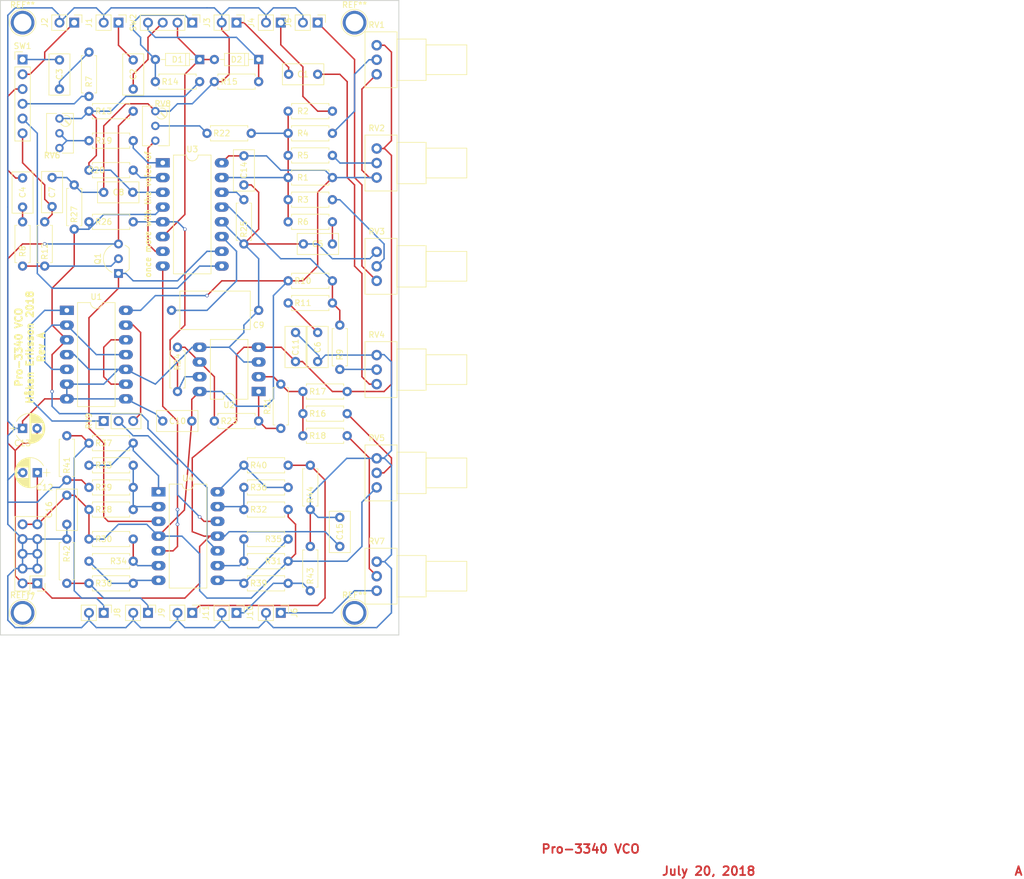
<source format=kicad_pcb>
(kicad_pcb (version 4) (host pcbnew 4.0.7)
  (layers (0 F.Cu signal) (31 B.Cu signal) (34 B.Paste user) (35 F.Paste user) (36 B.SilkS user) (37 F.SilkS user) (38 B.Mask user) (39 F.Mask user) (44 Edge.Cuts user))
  (net 0 "")
  (net 1 "Net-(C1-Pad1)")
  (net 2 "Net-(C1-Pad2)")
  (net 3 "Net-(C2-Pad1)")
  (net 4 "Net-(C2-Pad2)")
  (net 5 "Net-(C3-Pad1)")
  (net 6 "Net-(C3-Pad2)")
  (net 7 "Net-(C4-Pad1)")
  (net 8 "Net-(C4-Pad2)")
  (net 9 "Net-(C5-Pad1)")
  (net 10 GND)
  (net 11 "Net-(C6-Pad1)")
  (net 12 "Net-(C7-Pad2)")
  (net 13 "Net-(C8-Pad2)")
  (net 14 +12V)
  (net 15 -12V)
  (net 16 "Net-(D1-Pad2)")
  (net 17 "Net-(J2-Pad1)")
  (net 18 "Net-(J4-Pad1)")
  (net 19 "Net-(J5-Pad1)")
  (net 20 "Net-(J6-Pad1)")
  (net 21 "Net-(J8-Pad1)")
  (net 22 "Net-(J9-Pad1)")
  (net 23 "Net-(J10-Pad1)")
  (net 24 "Net-(J11-Pad1)")
  (net 25 "Net-(Q1-Pad2)")
  (net 26 "Net-(Q1-Pad1)")
  (net 27 "Net-(R4-Pad2)")
  (net 28 "Net-(R5-Pad2)")
  (net 29 "Net-(R7-Pad1)")
  (net 30 "Net-(R10-Pad2)")
  (net 31 "Net-(R16-Pad2)")
  (net 32 "Net-(R19-Pad1)")
  (net 33 "Net-(R21-Pad1)")
  (net 34 "Net-(R28-Pad2)")
  (net 35 "Net-(R30-Pad2)")
  (net 36 "Net-(R33-Pad1)")
  (net 37 "Net-(R34-Pad1)")
  (net 38 "Net-(RV8-Pad3)")
  (net 39 "Net-(SW1-Pad5)")
  (net 40 "Net-(U1-Pad11)")
  (net 41 "Net-(U1-Pad12)")
  (net 42 "Net-(U3-Pad8)")
  (net 43 "Net-(C9-Pad2)")
  (net 44 "Net-(D1-Pad1)")
  (net 45 "Net-(D2-Pad1)")
  (net 46 "Net-(R1-Pad1)")
  (net 47 "Net-(R3-Pad2)")
  (net 48 "Net-(R9-Pad2)")
  (net 49 "Net-(R16-Pad1)")
  (net 50 "Net-(R18-Pad2)")
  (net 51 "Net-(R19-Pad2)")
  (net 52 "Net-(R20-Pad1)")
  (net 53 "Net-(R22-Pad2)")
  (net 54 "Net-(R23-Pad1)")
  (net 55 "Net-(R24-Pad1)")
  (net 56 "Net-(R25-Pad2)")
  (net 57 "Net-(R26-Pad1)")
  (net 58 "Net-(R31-Pad2)")
  (net 59 "Net-(R32-Pad2)")
  (net 60 "Net-(R35-Pad1)")
  (net 61 "Net-(R36-Pad1)")
  (net 62 "Net-(RV9-Pad3)")
  (net 63 "Net-(RV9-Pad2)")
  (net 64 "Net-(RV9-Pad1)")
  (module Connectors:1pin (layer F.Cu) (at 99.06 148.59)
    (fp_text reference REF** (at 0 -3.048) (layer F.SilkS))
    (fp_text value 1pin)
    (pad 1 thru_hole circle (at 0 0) (size 4.064 4.064) (drill 3.048) (layers *.Cu *.Mask))
  )
  (module Connectors:1pin (layer F.Cu) (at 156.21 148.59)
    (fp_text reference REF** (at 0 -3.048) (layer F.SilkS))
    (fp_text value 1pin)
    (pad 1 thru_hole circle (at 0 0) (size 4.064 4.064) (drill 3.048) (layers *.Cu *.Mask))
  )
  (module Connectors:1pin (layer F.Cu) (at 99.06 46.99)
    (fp_text reference REF** (at 0 -3.048) (layer F.SilkS))
    (fp_text value 1pin)
    (pad 1 thru_hole circle (at 0 0) (size 4.064 4.064) (drill 3.048) (layers *.Cu *.Mask))
  )
  (module Capacitors_THT:C_Rect_L7.0mm_W3.5mm_P5.00mm (layer F.Cu) (at 149.86 55.88 180)
    (fp_text reference C1 (at 2.54 0 180) (layer F.SilkS))
    (fp_text value 100nF)
    (pad 1 thru_hole circle (at 0 0 180) (size 1.6 1.6) (drill 0.8) (layers *.Cu *.Mask) (net 1 "Net-(C1-Pad1)"))
    (pad 2 thru_hole circle (at 5 0 180) (size 1.6 1.6) (drill 0.8) (layers *.Cu *.Mask) (net 2 "Net-(C1-Pad2)"))
  )
  (module Capacitors_THT:C_Rect_L7.0mm_W3.5mm_P5.00mm (layer F.Cu) (at 118.11 58.42 90)
    (fp_text reference C2 (at 2.54 0 90) (layer F.SilkS))
    (fp_text value 100nF)
    (pad 1 thru_hole circle (at 0 0 90) (size 1.6 1.6) (drill 0.8) (layers *.Cu *.Mask) (net 3 "Net-(C2-Pad1)"))
    (pad 2 thru_hole circle (at 5 0 90) (size 1.6 1.6) (drill 0.8) (layers *.Cu *.Mask) (net 4 "Net-(C2-Pad2)"))
  )
  (module Capacitors_THT:C_Rect_L7.0mm_W3.5mm_P5.00mm (layer F.Cu) (at 105.41 58.42 90)
    (fp_text reference C3 (at 2.54 0 90) (layer F.SilkS))
    (fp_text value 100nF)
    (pad 1 thru_hole circle (at 0 0 90) (size 1.6 1.6) (drill 0.8) (layers *.Cu *.Mask) (net 5 "Net-(C3-Pad1)"))
    (pad 2 thru_hole circle (at 5 0 90) (size 1.6 1.6) (drill 0.8) (layers *.Cu *.Mask) (net 6 "Net-(C3-Pad2)"))
  )
  (module Capacitors_THT:C_Rect_L7.0mm_W3.5mm_P5.00mm (layer F.Cu) (at 99.06 78.74 90)
    (fp_text reference C4 (at 2.54 0 90) (layer F.SilkS))
    (fp_text value 200pF)
    (pad 1 thru_hole circle (at 0 0 90) (size 1.6 1.6) (drill 0.8) (layers *.Cu *.Mask) (net 7 "Net-(C4-Pad1)"))
    (pad 2 thru_hole circle (at 5 0 90) (size 1.6 1.6) (drill 0.8) (layers *.Cu *.Mask) (net 8 "Net-(C4-Pad2)"))
  )
  (module Capacitors_THT:C_Rect_L7.0mm_W3.5mm_P5.00mm (layer F.Cu) (at 152.4 85.09 180)
    (fp_text reference C5 (at 2.54 0 180) (layer F.SilkS))
    (fp_text value 10nF)
    (pad 1 thru_hole circle (at 0 0 180) (size 1.6 1.6) (drill 0.8) (layers *.Cu *.Mask) (net 9 "Net-(C5-Pad1)"))
    (pad 2 thru_hole circle (at 5 0 180) (size 1.6 1.6) (drill 0.8) (layers *.Cu *.Mask) (net 10 GND))
  )
  (module Capacitors_THT:C_Rect_L7.0mm_W3.5mm_P5.00mm (layer F.Cu) (at 149.86 100.33 270)
    (fp_text reference C6 (at 2.54 0 270) (layer F.SilkS))
    (fp_text value 10nF)
    (pad 1 thru_hole circle (at 0 0 270) (size 1.6 1.6) (drill 0.8) (layers *.Cu *.Mask) (net 11 "Net-(C6-Pad1)"))
    (pad 2 thru_hole circle (at 5 0 270) (size 1.6 1.6) (drill 0.8) (layers *.Cu *.Mask) (net 10 GND))
  )
  (module Capacitors_THT:C_Rect_L7.0mm_W3.5mm_P5.00mm (layer F.Cu) (at 104.14 73.66 270)
    (fp_text reference C7 (at 2.54 0 270) (layer F.SilkS))
    (fp_text value 100nF)
    (pad 1 thru_hole circle (at 0 0 270) (size 1.6 1.6) (drill 0.8) (layers *.Cu *.Mask) (net 10 GND))
    (pad 2 thru_hole circle (at 5 0 270) (size 1.6 1.6) (drill 0.8) (layers *.Cu *.Mask) (net 12 "Net-(C7-Pad2)"))
  )
  (module Capacitors_THT:C_Rect_L7.0mm_W3.5mm_P5.00mm (layer F.Cu) (at 113.03 76.2)
    (fp_text reference C8 (at 2.54 0) (layer F.SilkS))
    (fp_text value 100nF)
    (pad 1 thru_hole circle (at 0 0) (size 1.6 1.6) (drill 0.8) (layers *.Cu *.Mask) (net 10 GND))
    (pad 2 thru_hole circle (at 5 0) (size 1.6 1.6) (drill 0.8) (layers *.Cu *.Mask) (net 13 "Net-(C8-Pad2)"))
  )
  (module Capacitors_THT:CP_Radial_D5.0mm_P2.50mm (layer F.Cu) (at 101.6 124.46 180)
    (fp_text reference C12 (at -1.27 -2.54 180) (layer F.SilkS))
    (fp_text value 10uF)
    (pad 1 thru_hole rect (at 0 0 180) (size 1.6 1.6) (drill 0.8) (layers *.Cu *.Mask) (net 14 +12V))
    (pad 2 thru_hole circle (at 2.5 0 180) (size 1.6 1.6) (drill 0.8) (layers *.Cu *.Mask) (net 10 GND))
  )
  (module Capacitors_THT:C_Rect_L7.0mm_W3.5mm_P5.00mm (layer F.Cu) (at 137.16 74.93 90)
    (fp_text reference C14 (at 2.54 0 90) (layer F.SilkS))
    (fp_text value 100nF)
    (pad 1 thru_hole circle (at 0 0 90) (size 1.6 1.6) (drill 0.8) (layers *.Cu *.Mask) (net 10 GND))
    (pad 2 thru_hole circle (at 5 0 90) (size 1.6 1.6) (drill 0.8) (layers *.Cu *.Mask) (net 14 +12V))
  )
  (module Capacitors_THT:C_Rect_L7.0mm_W3.5mm_P5.00mm (layer F.Cu) (at 153.67 137.16 90)
    (fp_text reference C15 (at 2.54 0 90) (layer F.SilkS))
    (fp_text value 100nF)
    (pad 1 thru_hole circle (at 0 0 90) (size 1.6 1.6) (drill 0.8) (layers *.Cu *.Mask) (net 15 -12V))
    (pad 2 thru_hole circle (at 5 0 90) (size 1.6 1.6) (drill 0.8) (layers *.Cu *.Mask) (net 10 GND))
  )
  (module Capacitors_THT:C_Rect_L7.0mm_W3.5mm_P5.00mm (layer F.Cu) (at 106.68 133.35 90)
    (fp_text reference C16 (at 2.5 -3.06 90) (layer F.SilkS))
    (fp_text value 100nF)
    (pad 1 thru_hole circle (at 0 0 90) (size 1.6 1.6) (drill 0.8) (layers *.Cu *.Mask) (net 10 GND))
    (pad 2 thru_hole circle (at 5 0 90) (size 1.6 1.6) (drill 0.8) (layers *.Cu *.Mask) (net 14 +12V))
  )
  (module Diodes_THT:D_DO-35_SOD27_P7.62mm_Horizontal (layer F.Cu) (at 129.54 53.34 180)
    (fp_text reference D1 (at 3.81 0 180) (layer F.SilkS))
    (fp_text value 1N4148)
    (pad 1 thru_hole rect (at 0 0 180) (size 1.6 1.6) (drill 0.8) (layers *.Cu *.Mask) (net 44 "Net-(D1-Pad1)"))
    (pad 2 thru_hole oval (at 7.62 0 180) (size 1.6 1.6) (drill 0.8) (layers *.Cu *.Mask) (net 16 "Net-(D1-Pad2)"))
  )
  (module Pin_Headers:Pin_Header_Straight_1x02_Pitch2.54mm (layer F.Cu) (at 115.57 46.99 270)
    (fp_text reference J1 (at 0 5.08 270) (layer F.SilkS))
    (fp_text value HARD_SYNC)
    (pad 1 thru_hole rect (at 0 0 270) (size 1.7 1.7) (drill 1) (layers *.Cu *.Mask) (net 4 "Net-(C2-Pad2)"))
    (pad 2 thru_hole oval (at 0 2.54 270) (size 1.7 1.7) (drill 1) (layers *.Cu *.Mask) (net 10 GND))
  )
  (module Pin_Headers:Pin_Header_Straight_1x02_Pitch2.54mm (layer F.Cu) (at 107.95 46.99 270)
    (fp_text reference J2 (at 0 5.08 270) (layer F.SilkS))
    (fp_text value SYNC)
    (pad 1 thru_hole rect (at 0 0 270) (size 1.7 1.7) (drill 1) (layers *.Cu *.Mask) (net 17 "Net-(J2-Pad1)"))
    (pad 2 thru_hole oval (at 0 2.54 270) (size 1.7 1.7) (drill 1) (layers *.Cu *.Mask) (net 10 GND))
  )
  (module Pin_Headers:Pin_Header_Straight_1x02_Pitch2.54mm (layer F.Cu) (at 135.89 46.99 270)
    (fp_text reference J3 (at 0 5.08 270) (layer F.SilkS))
    (fp_text value LIN_FM)
    (pad 1 thru_hole rect (at 0 0 270) (size 1.7 1.7) (drill 1) (layers *.Cu *.Mask) (net 2 "Net-(C1-Pad2)"))
    (pad 2 thru_hole oval (at 0 2.54 270) (size 1.7 1.7) (drill 1) (layers *.Cu *.Mask) (net 10 GND))
  )
  (module Pin_Headers:Pin_Header_Straight_1x02_Pitch2.54mm (layer F.Cu) (at 143.51 46.99 270)
    (fp_text reference J4 (at 0 5.08 270) (layer F.SilkS))
    (fp_text value 1V/OCT)
    (pad 1 thru_hole rect (at 0 0 270) (size 1.7 1.7) (drill 1) (layers *.Cu *.Mask) (net 18 "Net-(J4-Pad1)"))
    (pad 2 thru_hole oval (at 0 2.54 270) (size 1.7 1.7) (drill 1) (layers *.Cu *.Mask) (net 10 GND))
  )
  (module Pin_Headers:Pin_Header_Straight_1x02_Pitch2.54mm (layer F.Cu) (at 149.86 46.99 270)
    (fp_text reference J5 (at 0 5.08 270) (layer F.SilkS))
    (fp_text value EXP_FM)
    (pad 1 thru_hole rect (at 0 0 270) (size 1.7 1.7) (drill 1) (layers *.Cu *.Mask) (net 19 "Net-(J5-Pad1)"))
    (pad 2 thru_hole oval (at 0 2.54 270) (size 1.7 1.7) (drill 1) (layers *.Cu *.Mask) (net 10 GND))
  )
  (module Pin_Headers:Pin_Header_Straight_1x02_Pitch2.54mm (layer F.Cu) (at 143.51 148.59 270)
    (fp_text reference J6 (at 0 -2.33 270) (layer F.SilkS))
    (fp_text value PWM)
    (pad 1 thru_hole rect (at 0 0 270) (size 1.7 1.7) (drill 1) (layers *.Cu *.Mask) (net 20 "Net-(J6-Pad1)"))
    (pad 2 thru_hole oval (at 0 2.54 270) (size 1.7 1.7) (drill 1) (layers *.Cu *.Mask) (net 10 GND))
  )
  (module Pin_Headers:Pin_Header_Straight_1x02_Pitch2.54mm (layer F.Cu) (at 113.03 148.59 270)
    (fp_text reference J8 (at 0 -2.33 270) (layer F.SilkS))
    (fp_text value TRIANGLE)
    (pad 1 thru_hole rect (at 0 0 270) (size 1.7 1.7) (drill 1) (layers *.Cu *.Mask) (net 21 "Net-(J8-Pad1)"))
    (pad 2 thru_hole oval (at 0 2.54 270) (size 1.7 1.7) (drill 1) (layers *.Cu *.Mask) (net 10 GND))
  )
  (module Pin_Headers:Pin_Header_Straight_1x02_Pitch2.54mm (layer F.Cu) (at 120.65 148.59 270)
    (fp_text reference J9 (at 0 -2.33 270) (layer F.SilkS))
    (fp_text value SAW)
    (pad 1 thru_hole rect (at 0 0 270) (size 1.7 1.7) (drill 1) (layers *.Cu *.Mask) (net 22 "Net-(J9-Pad1)"))
    (pad 2 thru_hole oval (at 0 2.54 270) (size 1.7 1.7) (drill 1) (layers *.Cu *.Mask) (net 10 GND))
  )
  (module Pin_Headers:Pin_Header_Straight_1x02_Pitch2.54mm (layer F.Cu) (at 135.89 148.59 270)
    (fp_text reference J10 (at 0 -2.33 270) (layer F.SilkS))
    (fp_text value PULSE)
    (pad 1 thru_hole rect (at 0 0 270) (size 1.7 1.7) (drill 1) (layers *.Cu *.Mask) (net 23 "Net-(J10-Pad1)"))
    (pad 2 thru_hole oval (at 0 2.54 270) (size 1.7 1.7) (drill 1) (layers *.Cu *.Mask) (net 10 GND))
  )
  (module Pin_Headers:Pin_Header_Straight_1x02_Pitch2.54mm (layer F.Cu) (at 128.27 148.59 270)
    (fp_text reference J11 (at 0 -2.33 270) (layer F.SilkS))
    (fp_text value SUB_PULSE)
    (pad 1 thru_hole rect (at 0 0 270) (size 1.7 1.7) (drill 1) (layers *.Cu *.Mask) (net 24 "Net-(J11-Pad1)"))
    (pad 2 thru_hole oval (at 0 2.54 270) (size 1.7 1.7) (drill 1) (layers *.Cu *.Mask) (net 10 GND))
  )
  (module TO_SOT_Packages_THT:TO-92_Inline_Wide (layer F.Cu) (at 115.57 90.17 90)
    (fp_text reference Q1 (at 2.54 -3.56 270) (layer F.SilkS))
    (fp_text value 2N3906)
    (pad 2 thru_hole circle (at 2.54 0 180) (size 1.52 1.52) (drill 0.8) (layers *.Cu *.Mask) (net 25 "Net-(Q1-Pad2)"))
    (pad 3 thru_hole circle (at 5.08 0 180) (size 1.52 1.52) (drill 0.8) (layers *.Cu *.Mask) (net 15 -12V))
    (pad 1 thru_hole rect (at 0 0 180) (size 1.52 1.52) (drill 0.8) (layers *.Cu *.Mask) (net 26 "Net-(Q1-Pad1)"))
  )
  (module Resistors_THT:R_Axial_DIN0207_L6.3mm_D2.5mm_P7.62mm_Horizontal (layer F.Cu) (at 144.78 73.66)
    (fp_text reference R1 (at 2.54 0) (layer F.SilkS))
    (fp_text value 68k)
    (pad 1 thru_hole circle (at 0 0) (size 1.6 1.6) (drill 0.8) (layers *.Cu *.Mask) (net 46 "Net-(R1-Pad1)"))
    (pad 2 thru_hole oval (at 7.62 0) (size 1.6 1.6) (drill 0.8) (layers *.Cu *.Mask) (net 14 +12V))
  )
  (module Resistors_THT:R_Axial_DIN0207_L6.3mm_D2.5mm_P7.62mm_Horizontal (layer F.Cu) (at 144.78 62.23)
    (fp_text reference R2 (at 2.54 0) (layer F.SilkS))
    (fp_text value 100k)
    (pad 1 thru_hole circle (at 0 0) (size 1.6 1.6) (drill 0.8) (layers *.Cu *.Mask) (net 46 "Net-(R1-Pad1)"))
    (pad 2 thru_hole oval (at 7.62 0) (size 1.6 1.6) (drill 0.8) (layers *.Cu *.Mask) (net 18 "Net-(J4-Pad1)"))
  )
  (module Resistors_THT:R_Axial_DIN0207_L6.3mm_D2.5mm_P7.62mm_Horizontal (layer F.Cu) (at 144.78 77.47)
    (fp_text reference R3 (at 2.54 0) (layer F.SilkS))
    (fp_text value 100k)
    (pad 1 thru_hole circle (at 0 0) (size 1.6 1.6) (drill 0.8) (layers *.Cu *.Mask) (net 46 "Net-(R1-Pad1)"))
    (pad 2 thru_hole oval (at 7.62 0) (size 1.6 1.6) (drill 0.8) (layers *.Cu *.Mask) (net 47 "Net-(R3-Pad2)"))
  )
  (module Resistors_THT:R_Axial_DIN0207_L6.3mm_D2.5mm_P7.62mm_Horizontal (layer F.Cu) (at 144.78 66.04)
    (fp_text reference R4 (at 2.54 0) (layer F.SilkS))
    (fp_text value 100k)
    (pad 1 thru_hole circle (at 0 0) (size 1.6 1.6) (drill 0.8) (layers *.Cu *.Mask) (net 46 "Net-(R1-Pad1)"))
    (pad 2 thru_hole oval (at 7.62 0) (size 1.6 1.6) (drill 0.8) (layers *.Cu *.Mask) (net 27 "Net-(R4-Pad2)"))
  )
  (module Resistors_THT:R_Axial_DIN0207_L6.3mm_D2.5mm_P7.62mm_Horizontal (layer F.Cu) (at 144.78 69.85)
    (fp_text reference R5 (at 2.54 0) (layer F.SilkS))
    (fp_text value 3.3M)
    (pad 1 thru_hole circle (at 0 0) (size 1.6 1.6) (drill 0.8) (layers *.Cu *.Mask) (net 46 "Net-(R1-Pad1)"))
    (pad 2 thru_hole oval (at 7.62 0) (size 1.6 1.6) (drill 0.8) (layers *.Cu *.Mask) (net 28 "Net-(R5-Pad2)"))
  )
  (module Resistors_THT:R_Axial_DIN0207_L6.3mm_D2.5mm_P7.62mm_Horizontal (layer F.Cu) (at 144.78 81.28)
    (fp_text reference R6 (at 2.54 0) (layer F.SilkS))
    (fp_text value 470)
    (pad 1 thru_hole circle (at 0 0) (size 1.6 1.6) (drill 0.8) (layers *.Cu *.Mask) (net 46 "Net-(R1-Pad1)"))
    (pad 2 thru_hole oval (at 7.62 0) (size 1.6 1.6) (drill 0.8) (layers *.Cu *.Mask) (net 9 "Net-(C5-Pad1)"))
  )
  (module Resistors_THT:R_Axial_DIN0207_L6.3mm_D2.5mm_P7.62mm_Horizontal (layer F.Cu) (at 110.49 59.69 90)
    (fp_text reference R7 (at 2.54 0 90) (layer F.SilkS))
    (fp_text value 47k)
    (pad 1 thru_hole circle (at 0 0 90) (size 1.6 1.6) (drill 0.8) (layers *.Cu *.Mask) (net 29 "Net-(R7-Pad1)"))
    (pad 2 thru_hole oval (at 7.62 0 90) (size 1.6 1.6) (drill 0.8) (layers *.Cu *.Mask) (net 5 "Net-(C3-Pad1)"))
  )
  (module Resistors_THT:R_Axial_DIN0207_L6.3mm_D2.5mm_P7.62mm_Horizontal (layer F.Cu) (at 99.06 88.9 90)
    (fp_text reference R8 (at 2.54 0 90) (layer F.SilkS))
    (fp_text value 10k)
    (pad 1 thru_hole circle (at 0 0 90) (size 1.6 1.6) (drill 0.8) (layers *.Cu *.Mask) (net 25 "Net-(Q1-Pad2)"))
    (pad 2 thru_hole oval (at 7.62 0 90) (size 1.6 1.6) (drill 0.8) (layers *.Cu *.Mask) (net 7 "Net-(C4-Pad1)"))
  )
  (module Resistors_THT:R_Axial_DIN0207_L6.3mm_D2.5mm_P7.62mm_Horizontal (layer F.Cu) (at 153.67 99.06 270)
    (fp_text reference R9 (at 5.08 0 270) (layer F.SilkS))
    (fp_text value 1M)
    (pad 1 thru_hole circle (at 0 0 270) (size 1.6 1.6) (drill 0.8) (layers *.Cu *.Mask) (net 30 "Net-(R10-Pad2)"))
    (pad 2 thru_hole oval (at 7.62 0 270) (size 1.6 1.6) (drill 0.8) (layers *.Cu *.Mask) (net 48 "Net-(R9-Pad2)"))
  )
  (module Resistors_THT:R_Axial_DIN0207_L6.3mm_D2.5mm_P7.62mm_Horizontal (layer F.Cu) (at 144.78 91.44)
    (fp_text reference R10 (at 2.54 0) (layer F.SilkS))
    (fp_text value 1.5M)
    (pad 1 thru_hole circle (at 0 0) (size 1.6 1.6) (drill 0.8) (layers *.Cu *.Mask) (net 14 +12V))
    (pad 2 thru_hole oval (at 7.62 0) (size 1.6 1.6) (drill 0.8) (layers *.Cu *.Mask) (net 30 "Net-(R10-Pad2)"))
  )
  (module Resistors_THT:R_Axial_DIN0207_L6.3mm_D2.5mm_P7.62mm_Horizontal (layer F.Cu) (at 152.4 95.25 180)
    (fp_text reference R11 (at 5.08 0 180) (layer F.SilkS))
    (fp_text value 470)
    (pad 1 thru_hole circle (at 0 0 180) (size 1.6 1.6) (drill 0.8) (layers *.Cu *.Mask) (net 30 "Net-(R10-Pad2)"))
    (pad 2 thru_hole oval (at 7.62 0 180) (size 1.6 1.6) (drill 0.8) (layers *.Cu *.Mask) (net 11 "Net-(C6-Pad1)"))
  )
  (module Resistors_THT:R_Axial_DIN0207_L6.3mm_D2.5mm_P7.62mm_Horizontal (layer F.Cu) (at 102.87 88.9 90)
    (fp_text reference R12 (at 2.54 0 90) (layer F.SilkS))
    (fp_text value 47k)
    (pad 1 thru_hole circle (at 0 0 90) (size 1.6 1.6) (drill 0.8) (layers *.Cu *.Mask) (net 25 "Net-(Q1-Pad2)"))
    (pad 2 thru_hole oval (at 7.62 0 90) (size 1.6 1.6) (drill 0.8) (layers *.Cu *.Mask) (net 12 "Net-(C7-Pad2)"))
  )
  (module Resistors_THT:R_Axial_DIN0207_L6.3mm_D2.5mm_P7.62mm_Horizontal (layer F.Cu) (at 110.49 62.23)
    (fp_text reference R13 (at 2.54 0) (layer F.SilkS))
    (fp_text value 820)
    (pad 1 thru_hole circle (at 0 0) (size 1.6 1.6) (drill 0.8) (layers *.Cu *.Mask) (net 13 "Net-(C8-Pad2)"))
    (pad 2 thru_hole oval (at 7.62 0) (size 1.6 1.6) (drill 0.8) (layers *.Cu *.Mask) (net 15 -12V))
  )
  (module Resistors_THT:R_Axial_DIN0207_L6.3mm_D2.5mm_P7.62mm_Horizontal (layer F.Cu) (at 129.54 57.15 180)
    (fp_text reference R14 (at 5.08 0 180) (layer F.SilkS))
    (fp_text value 10k)
    (pad 1 thru_hole circle (at 0 0 180) (size 1.6 1.6) (drill 0.8) (layers *.Cu *.Mask) (net 13 "Net-(C8-Pad2)"))
    (pad 2 thru_hole oval (at 7.62 0 180) (size 1.6 1.6) (drill 0.8) (layers *.Cu *.Mask) (net 16 "Net-(D1-Pad2)"))
  )
  (module Resistors_THT:R_Axial_DIN0207_L6.3mm_D2.5mm_P7.62mm_Horizontal (layer F.Cu) (at 139.7 57.15 180)
    (fp_text reference R15 (at 5.08 0 180) (layer F.SilkS))
    (fp_text value 10k)
    (pad 1 thru_hole circle (at 0 0 180) (size 1.6 1.6) (drill 0.8) (layers *.Cu *.Mask) (net 45 "Net-(D2-Pad1)"))
    (pad 2 thru_hole oval (at 7.62 0 180) (size 1.6 1.6) (drill 0.8) (layers *.Cu *.Mask) (net 10 GND))
  )
  (module Resistors_THT:R_Axial_DIN0207_L6.3mm_D2.5mm_P7.62mm_Horizontal (layer F.Cu) (at 147.32 114.3)
    (fp_text reference R16 (at 2.54 0) (layer F.SilkS))
    (fp_text value 280k)
    (pad 1 thru_hole circle (at 0 0) (size 1.6 1.6) (drill 0.8) (layers *.Cu *.Mask) (net 49 "Net-(R16-Pad1)"))
    (pad 2 thru_hole oval (at 7.62 0) (size 1.6 1.6) (drill 0.8) (layers *.Cu *.Mask) (net 31 "Net-(R16-Pad2)"))
  )
  (module Resistors_THT:R_Axial_DIN0207_L6.3mm_D2.5mm_P7.62mm_Horizontal (layer F.Cu) (at 147.32 110.49)
    (fp_text reference R17 (at 2.54 0) (layer F.SilkS))
    (fp_text value 10M)
    (pad 1 thru_hole circle (at 0 0) (size 1.6 1.6) (drill 0.8) (layers *.Cu *.Mask) (net 49 "Net-(R16-Pad1)"))
    (pad 2 thru_hole oval (at 7.62 0) (size 1.6 1.6) (drill 0.8) (layers *.Cu *.Mask) (net 15 -12V))
  )
  (module Resistors_THT:R_Axial_DIN0207_L6.3mm_D2.5mm_P7.62mm_Horizontal (layer F.Cu) (at 147.32 118.11)
    (fp_text reference R18 (at 2.54 0) (layer F.SilkS))
    (fp_text value 100k)
    (pad 1 thru_hole circle (at 0 0) (size 1.6 1.6) (drill 0.8) (layers *.Cu *.Mask) (net 49 "Net-(R16-Pad1)"))
    (pad 2 thru_hole oval (at 7.62 0) (size 1.6 1.6) (drill 0.8) (layers *.Cu *.Mask) (net 50 "Net-(R18-Pad2)"))
  )
  (module Resistors_THT:R_Axial_DIN0207_L6.3mm_D2.5mm_P7.62mm_Horizontal (layer F.Cu) (at 118.11 67.31 180)
    (fp_text reference R19 (at 5.08 0 180) (layer F.SilkS))
    (fp_text value 24k)
    (pad 1 thru_hole circle (at 0 0 180) (size 1.6 1.6) (drill 0.8) (layers *.Cu *.Mask) (net 32 "Net-(R19-Pad1)"))
    (pad 2 thru_hole oval (at 7.62 0 180) (size 1.6 1.6) (drill 0.8) (layers *.Cu *.Mask) (net 51 "Net-(R19-Pad2)"))
  )
  (module Resistors_THT:R_Axial_DIN0207_L6.3mm_D2.5mm_P7.62mm_Horizontal (layer F.Cu) (at 118.11 72.39 180)
    (fp_text reference R20 (at 6.35 0 180) (layer F.SilkS))
    (fp_text value 5.6k)
    (pad 1 thru_hole circle (at 0 0 180) (size 1.6 1.6) (drill 0.8) (layers *.Cu *.Mask) (net 52 "Net-(R20-Pad1)"))
    (pad 2 thru_hole oval (at 7.62 0 180) (size 1.6 1.6) (drill 0.8) (layers *.Cu *.Mask) (net 13 "Net-(C8-Pad2)"))
  )
  (module Resistors_THT:R_Axial_DIN0207_L6.3mm_D2.5mm_P7.62mm_Horizontal (layer F.Cu) (at 143.51 116.84 90)
    (fp_text reference R21 (at 3.81 -2.31 90) (layer F.SilkS))
    (fp_text value 100k)
    (pad 1 thru_hole circle (at 0 0 90) (size 1.6 1.6) (drill 0.8) (layers *.Cu *.Mask) (net 33 "Net-(R21-Pad1)"))
    (pad 2 thru_hole oval (at 7.62 0 90) (size 1.6 1.6) (drill 0.8) (layers *.Cu *.Mask) (net 49 "Net-(R16-Pad1)"))
  )
  (module Resistors_THT:R_Axial_DIN0207_L6.3mm_D2.5mm_P7.62mm_Horizontal (layer F.Cu) (at 138.43 66.04 180)
    (fp_text reference R22 (at 5.08 0 180) (layer F.SilkS))
    (fp_text value 1M)
    (pad 1 thru_hole circle (at 0 0 180) (size 1.6 1.6) (drill 0.8) (layers *.Cu *.Mask) (net 46 "Net-(R1-Pad1)"))
    (pad 2 thru_hole oval (at 7.62 0 180) (size 1.6 1.6) (drill 0.8) (layers *.Cu *.Mask) (net 53 "Net-(R22-Pad2)"))
  )
  (module Resistors_THT:R_Axial_DIN0207_L6.3mm_D2.5mm_P7.62mm_Horizontal (layer F.Cu) (at 132.08 115.57)
    (fp_text reference R23 (at 2.54 0) (layer F.SilkS))
    (fp_text value 100k)
    (pad 1 thru_hole circle (at 0 0) (size 1.6 1.6) (drill 0.8) (layers *.Cu *.Mask) (net 54 "Net-(R23-Pad1)"))
    (pad 2 thru_hole oval (at 7.62 0) (size 1.6 1.6) (drill 0.8) (layers *.Cu *.Mask) (net 33 "Net-(R21-Pad1)"))
  )
  (module Resistors_THT:R_Axial_DIN0207_L6.3mm_D2.5mm_P7.62mm_Horizontal (layer F.Cu) (at 125.73 110.49 90)
    (fp_text reference R24 (at 5.08 0 90) (layer F.SilkS))
    (fp_text value 100k)
    (pad 1 thru_hole circle (at 0 0 90) (size 1.6 1.6) (drill 0.8) (layers *.Cu *.Mask) (net 55 "Net-(R24-Pad1)"))
    (pad 2 thru_hole oval (at 7.62 0 90) (size 1.6 1.6) (drill 0.8) (layers *.Cu *.Mask) (net 54 "Net-(R23-Pad1)"))
  )
  (module Resistors_THT:R_Axial_DIN0207_L6.3mm_D2.5mm_P7.62mm_Horizontal (layer F.Cu) (at 137.16 85.09 90)
    (fp_text reference R25 (at 2.54 0 90) (layer F.SilkS))
    (fp_text value 1.8k)
    (pad 1 thru_hole circle (at 0 0 90) (size 1.6 1.6) (drill 0.8) (layers *.Cu *.Mask) (net 10 GND))
    (pad 2 thru_hole oval (at 7.62 0 90) (size 1.6 1.6) (drill 0.8) (layers *.Cu *.Mask) (net 56 "Net-(R25-Pad2)"))
  )
  (module Resistors_THT:R_Axial_DIN0207_L6.3mm_D2.5mm_P7.62mm_Horizontal (layer F.Cu) (at 110.49 81.28)
    (fp_text reference R26 (at 2.54 0) (layer F.SilkS))
    (fp_text value 1M)
    (pad 1 thru_hole circle (at 0 0) (size 1.6 1.6) (drill 0.8) (layers *.Cu *.Mask) (net 57 "Net-(R26-Pad1)"))
    (pad 2 thru_hole oval (at 7.62 0) (size 1.6 1.6) (drill 0.8) (layers *.Cu *.Mask) (net 55 "Net-(R24-Pad1)"))
  )
  (module Resistors_THT:R_Axial_DIN0207_L6.3mm_D2.5mm_P7.62mm_Horizontal (layer F.Cu) (at 107.95 82.55 90)
    (fp_text reference R27 (at 2.54 0 90) (layer F.SilkS))
    (fp_text value 10k)
    (pad 1 thru_hole circle (at 0 0 90) (size 1.6 1.6) (drill 0.8) (layers *.Cu *.Mask) (net 57 "Net-(R26-Pad1)"))
    (pad 2 thru_hole oval (at 7.62 0 90) (size 1.6 1.6) (drill 0.8) (layers *.Cu *.Mask) (net 10 GND))
  )
  (module Resistors_THT:R_Axial_DIN0207_L6.3mm_D2.5mm_P7.62mm_Horizontal (layer F.Cu) (at 110.49 130.81)
    (fp_text reference R28 (at 2.54 0) (layer F.SilkS))
    (fp_text value 30k)
    (pad 1 thru_hole circle (at 0 0) (size 1.6 1.6) (drill 0.8) (layers *.Cu *.Mask) (net 14 +12V))
    (pad 2 thru_hole oval (at 7.62 0) (size 1.6 1.6) (drill 0.8) (layers *.Cu *.Mask) (net 34 "Net-(R28-Pad2)"))
  )
  (module Resistors_THT:R_Axial_DIN0207_L6.3mm_D2.5mm_P7.62mm_Horizontal (layer F.Cu) (at 110.49 127)
    (fp_text reference R29 (at 2.54 0) (layer F.SilkS))
    (fp_text value 10k)
    (pad 1 thru_hole circle (at 0 0) (size 1.6 1.6) (drill 0.8) (layers *.Cu *.Mask) (net 10 GND))
    (pad 2 thru_hole oval (at 7.62 0) (size 1.6 1.6) (drill 0.8) (layers *.Cu *.Mask) (net 34 "Net-(R28-Pad2)"))
  )
  (module Resistors_THT:R_Axial_DIN0207_L6.3mm_D2.5mm_P7.62mm_Horizontal (layer F.Cu) (at 110.49 135.89)
    (fp_text reference R30 (at 2.54 0) (layer F.SilkS))
    (fp_text value 20k)
    (pad 1 thru_hole circle (at 0 0) (size 1.6 1.6) (drill 0.8) (layers *.Cu *.Mask) (net 14 +12V))
    (pad 2 thru_hole oval (at 7.62 0) (size 1.6 1.6) (drill 0.8) (layers *.Cu *.Mask) (net 35 "Net-(R30-Pad2)"))
  )
  (module Resistors_THT:R_Axial_DIN0207_L6.3mm_D2.5mm_P7.62mm_Horizontal (layer F.Cu) (at 144.78 139.7 180)
    (fp_text reference R31 (at 2.54 0 180) (layer F.SilkS))
    (fp_text value 10k)
    (pad 1 thru_hole circle (at 0 0 180) (size 1.6 1.6) (drill 0.8) (layers *.Cu *.Mask) (net 14 +12V))
    (pad 2 thru_hole oval (at 7.62 0 180) (size 1.6 1.6) (drill 0.8) (layers *.Cu *.Mask) (net 58 "Net-(R31-Pad2)"))
  )
  (module Resistors_THT:R_Axial_DIN0207_L6.3mm_D2.5mm_P7.62mm_Horizontal (layer F.Cu) (at 144.78 130.81 180)
    (fp_text reference R32 (at 5.08 0 180) (layer F.SilkS))
    (fp_text value 10k)
    (pad 1 thru_hole circle (at 0 0 180) (size 1.6 1.6) (drill 0.8) (layers *.Cu *.Mask) (net 14 +12V))
    (pad 2 thru_hole oval (at 7.62 0 180) (size 1.6 1.6) (drill 0.8) (layers *.Cu *.Mask) (net 59 "Net-(R32-Pad2)"))
  )
  (module Resistors_THT:R_Axial_DIN0207_L6.3mm_D2.5mm_P7.62mm_Horizontal (layer F.Cu) (at 110.49 123.19)
    (fp_text reference R33 (at 2.54 0) (layer F.SilkS))
    (fp_text value 15k)
    (pad 1 thru_hole circle (at 0 0) (size 1.6 1.6) (drill 0.8) (layers *.Cu *.Mask) (net 36 "Net-(R33-Pad1)"))
    (pad 2 thru_hole oval (at 7.62 0) (size 1.6 1.6) (drill 0.8) (layers *.Cu *.Mask) (net 34 "Net-(R28-Pad2)"))
  )
  (module Resistors_THT:R_Axial_DIN0207_L6.3mm_D2.5mm_P7.62mm_Horizontal (layer F.Cu) (at 110.49 139.7)
    (fp_text reference R34 (at 5.08 0) (layer F.SilkS))
    (fp_text value 10k)
    (pad 1 thru_hole circle (at 0 0) (size 1.6 1.6) (drill 0.8) (layers *.Cu *.Mask) (net 37 "Net-(R34-Pad1)"))
    (pad 2 thru_hole oval (at 7.62 0) (size 1.6 1.6) (drill 0.8) (layers *.Cu *.Mask) (net 35 "Net-(R30-Pad2)"))
  )
  (module Resistors_THT:R_Axial_DIN0207_L6.3mm_D2.5mm_P7.62mm_Horizontal (layer F.Cu) (at 144.78 135.89 180)
    (fp_text reference R35 (at 2.54 0 180) (layer F.SilkS))
    (fp_text value 10k)
    (pad 1 thru_hole circle (at 0 0 180) (size 1.6 1.6) (drill 0.8) (layers *.Cu *.Mask) (net 60 "Net-(R35-Pad1)"))
    (pad 2 thru_hole oval (at 7.62 0 180) (size 1.6 1.6) (drill 0.8) (layers *.Cu *.Mask) (net 58 "Net-(R31-Pad2)"))
  )
  (module Resistors_THT:R_Axial_DIN0207_L6.3mm_D2.5mm_P7.62mm_Horizontal (layer F.Cu) (at 144.78 127 180)
    (fp_text reference R36 (at 5.08 0 180) (layer F.SilkS))
    (fp_text value 10k)
    (pad 1 thru_hole circle (at 0 0 180) (size 1.6 1.6) (drill 0.8) (layers *.Cu *.Mask) (net 61 "Net-(R36-Pad1)"))
    (pad 2 thru_hole oval (at 7.62 0 180) (size 1.6 1.6) (drill 0.8) (layers *.Cu *.Mask) (net 59 "Net-(R32-Pad2)"))
  )
  (module Resistors_THT:R_Axial_DIN0207_L6.3mm_D2.5mm_P7.62mm_Horizontal (layer F.Cu) (at 110.49 119.38)
    (fp_text reference R37 (at 2.54 0) (layer F.SilkS))
    (fp_text value 1k)
    (pad 1 thru_hole circle (at 0 0) (size 1.6 1.6) (drill 0.8) (layers *.Cu *.Mask) (net 21 "Net-(J8-Pad1)"))
    (pad 2 thru_hole oval (at 7.62 0) (size 1.6 1.6) (drill 0.8) (layers *.Cu *.Mask) (net 36 "Net-(R33-Pad1)"))
  )
  (module Resistors_THT:R_Axial_DIN0207_L6.3mm_D2.5mm_P7.62mm_Horizontal (layer F.Cu) (at 110.49 143.51)
    (fp_text reference R38 (at 2.54 0) (layer F.SilkS))
    (fp_text value 1k)
    (pad 1 thru_hole circle (at 0 0) (size 1.6 1.6) (drill 0.8) (layers *.Cu *.Mask) (net 22 "Net-(J9-Pad1)"))
    (pad 2 thru_hole oval (at 7.62 0) (size 1.6 1.6) (drill 0.8) (layers *.Cu *.Mask) (net 37 "Net-(R34-Pad1)"))
  )
  (module Resistors_THT:R_Axial_DIN0207_L6.3mm_D2.5mm_P7.62mm_Horizontal (layer F.Cu) (at 144.78 143.51 180)
    (fp_text reference R39 (at 5.08 0 180) (layer F.SilkS))
    (fp_text value 2k)
    (pad 1 thru_hole circle (at 0 0 180) (size 1.6 1.6) (drill 0.8) (layers *.Cu *.Mask) (net 23 "Net-(J10-Pad1)"))
    (pad 2 thru_hole oval (at 7.62 0 180) (size 1.6 1.6) (drill 0.8) (layers *.Cu *.Mask) (net 60 "Net-(R35-Pad1)"))
  )
  (module Resistors_THT:R_Axial_DIN0207_L6.3mm_D2.5mm_P7.62mm_Horizontal (layer F.Cu) (at 144.78 123.19 180)
    (fp_text reference R40 (at 5.08 0 180) (layer F.SilkS))
    (fp_text value 2.5k)
    (pad 1 thru_hole circle (at 0 0 180) (size 1.6 1.6) (drill 0.8) (layers *.Cu *.Mask) (net 24 "Net-(J11-Pad1)"))
    (pad 2 thru_hole oval (at 7.62 0 180) (size 1.6 1.6) (drill 0.8) (layers *.Cu *.Mask) (net 61 "Net-(R36-Pad1)"))
  )
  (module Resistors_THT:R_Axial_DIN0207_L6.3mm_D2.5mm_P7.62mm_Horizontal (layer F.Cu) (at 106.68 125.73 90)
    (fp_text reference R41 (at 2.54 0 90) (layer F.SilkS))
    (fp_text value 5.6k)
    (pad 1 thru_hole circle (at 0 0 90) (size 1.6 1.6) (drill 0.8) (layers *.Cu *.Mask) (net 10 GND))
    (pad 2 thru_hole oval (at 7.62 0 90) (size 1.6 1.6) (drill 0.8) (layers *.Cu *.Mask) (net 21 "Net-(J8-Pad1)"))
  )
  (module Resistors_THT:R_Axial_DIN0207_L6.3mm_D2.5mm_P7.62mm_Horizontal (layer F.Cu) (at 106.68 135.89 270)
    (fp_text reference R42 (at 2.54 0 270) (layer F.SilkS))
    (fp_text value 4.7k)
    (pad 1 thru_hole circle (at 0 0 270) (size 1.6 1.6) (drill 0.8) (layers *.Cu *.Mask) (net 10 GND))
    (pad 2 thru_hole oval (at 7.62 0 270) (size 1.6 1.6) (drill 0.8) (layers *.Cu *.Mask) (net 22 "Net-(J9-Pad1)"))
  )
  (module Potentiometers:Potentiometer_Alps_RK09Y_Vertical (layer F.Cu) (at 160.02 55.88)
    (fp_text reference RV1 (at 0 -8.5) (layer F.SilkS))
    (fp_text value 100k)
    (pad 3 thru_hole circle (at 0 -5) (size 1.8 1.8) (drill 1) (layers *.Cu *.Mask) (net 15 -12V))
    (pad 2 thru_hole circle (at 0 -2.5) (size 1.8 1.8) (drill 1) (layers *.Cu *.Mask) (net 27 "Net-(R4-Pad2)"))
    (pad 1 thru_hole circle (at 0 0) (size 1.8 1.8) (drill 1) (layers *.Cu *.Mask) (net 14 +12V))
  )
  (module Potentiometers:Potentiometer_Alps_RK09Y_Vertical (layer F.Cu) (at 160.02 73.66)
    (fp_text reference RV2 (at 0 -8.5) (layer F.SilkS))
    (fp_text value 100k)
    (pad 3 thru_hole circle (at 0 -5) (size 1.8 1.8) (drill 1) (layers *.Cu *.Mask) (net 15 -12V))
    (pad 2 thru_hole circle (at 0 -2.5) (size 1.8 1.8) (drill 1) (layers *.Cu *.Mask) (net 28 "Net-(R5-Pad2)"))
    (pad 1 thru_hole circle (at 0 0) (size 1.8 1.8) (drill 1) (layers *.Cu *.Mask) (net 14 +12V))
  )
  (module Potentiometers:Potentiometer_Alps_RK09Y_Vertical (layer F.Cu) (at 160.02 91.44)
    (fp_text reference RV3 (at 0 -8.5) (layer F.SilkS))
    (fp_text value 100k)
    (pad 3 thru_hole circle (at 0 -5) (size 1.8 1.8) (drill 1) (layers *.Cu *.Mask) (net 10 GND))
    (pad 2 thru_hole circle (at 0 -2.5) (size 1.8 1.8) (drill 1) (layers *.Cu *.Mask) (net 47 "Net-(R3-Pad2)"))
    (pad 1 thru_hole circle (at 0 0) (size 1.8 1.8) (drill 1) (layers *.Cu *.Mask) (net 19 "Net-(J5-Pad1)"))
  )
  (module Potentiometers:Potentiometer_Alps_RK09Y_Vertical (layer F.Cu) (at 160.02 109.22)
    (fp_text reference RV4 (at 0 -8.5) (layer F.SilkS))
    (fp_text value 100k)
    (pad 3 thru_hole circle (at 0 -5) (size 1.8 1.8) (drill 1) (layers *.Cu *.Mask) (net 10 GND))
    (pad 2 thru_hole circle (at 0 -2.5) (size 1.8 1.8) (drill 1) (layers *.Cu *.Mask) (net 48 "Net-(R9-Pad2)"))
    (pad 1 thru_hole circle (at 0 0) (size 1.8 1.8) (drill 1) (layers *.Cu *.Mask) (net 1 "Net-(C1-Pad1)"))
  )
  (module Potentiometers:Potentiometer_Alps_RK09Y_Vertical (layer F.Cu) (at 160.02 127)
    (fp_text reference RV5 (at 0 -8.5) (layer F.SilkS))
    (fp_text value 100k)
    (pad 3 thru_hole circle (at 0 -5) (size 1.8 1.8) (drill 1) (layers *.Cu *.Mask) (net 10 GND))
    (pad 2 thru_hole circle (at 0 -2.5) (size 1.8 1.8) (drill 1) (layers *.Cu *.Mask) (net 31 "Net-(R16-Pad2)"))
    (pad 1 thru_hole circle (at 0 0) (size 1.8 1.8) (drill 1) (layers *.Cu *.Mask) (net 14 +12V))
  )
  (module Potentiometers:Potentiometer_Trimmer_Bourns_3266Y (layer F.Cu) (at 105.41 63.5 90)
    (fp_text reference RV6 (at -6.35 -1.27 180) (layer F.SilkS))
    (fp_text value 10k)
    (pad 1 thru_hole circle (at 0 0 90) (size 1.44 1.44) (drill 0.8) (layers *.Cu *.Mask) (net 13 "Net-(C8-Pad2)"))
    (pad 2 thru_hole circle (at -2.54 0 90) (size 1.44 1.44) (drill 0.8) (layers *.Cu *.Mask) (net 51 "Net-(R19-Pad2)"))
    (pad 3 thru_hole circle (at -5.08 0 90) (size 1.44 1.44) (drill 0.8) (layers *.Cu *.Mask) (net 51 "Net-(R19-Pad2)"))
  )
  (module Potentiometers:Potentiometer_Alps_RK09Y_Vertical (layer F.Cu) (at 160.02 144.78)
    (fp_text reference RV7 (at 0 -8.5) (layer F.SilkS))
    (fp_text value 100k)
    (pad 3 thru_hole circle (at 0 -5) (size 1.8 1.8) (drill 1) (layers *.Cu *.Mask) (net 10 GND))
    (pad 2 thru_hole circle (at 0 -2.5) (size 1.8 1.8) (drill 1) (layers *.Cu *.Mask) (net 50 "Net-(R18-Pad2)"))
    (pad 1 thru_hole circle (at 0 0) (size 1.8 1.8) (drill 1) (layers *.Cu *.Mask) (net 20 "Net-(J6-Pad1)"))
  )
  (module Potentiometers:Potentiometer_Trimmer_Bourns_3266Y (layer F.Cu) (at 121.92 62.23 90)
    (fp_text reference RV8 (at 1.27 1.27 180) (layer F.SilkS))
    (fp_text value 10k)
    (pad 1 thru_hole circle (at 0 0 90) (size 1.44 1.44) (drill 0.8) (layers *.Cu *.Mask) (net 10 GND))
    (pad 2 thru_hole circle (at -2.54 0 90) (size 1.44 1.44) (drill 0.8) (layers *.Cu *.Mask) (net 53 "Net-(R22-Pad2)"))
    (pad 3 thru_hole circle (at -5.08 0 90) (size 1.44 1.44) (drill 0.8) (layers *.Cu *.Mask) (net 38 "Net-(RV8-Pad3)"))
  )
  (module Housings_DIP:DIP-14_W10.16mm_LongPads (layer F.Cu) (at 106.68 96.52)
    (fp_text reference U1 (at 5.08 -2.33) (layer F.SilkS))
    (fp_text value 4013)
    (pad 1 thru_hole rect (at 0 0) (size 2.4 1.6) (drill 0.8) (layers *.Cu *.Mask) (net 64 "Net-(RV9-Pad1)"))
    (pad 8 thru_hole oval (at 10.16 15.24) (size 2.4 1.6) (drill 0.8) (layers *.Cu *.Mask) (net 10 GND))
    (pad 2 thru_hole oval (at 0 2.54) (size 2.4 1.6) (drill 0.8) (layers *.Cu *.Mask) (net 40 "Net-(U1-Pad11)"))
    (pad 9 thru_hole oval (at 10.16 12.7) (size 2.4 1.6) (drill 0.8) (layers *.Cu *.Mask) (net 41 "Net-(U1-Pad12)"))
    (pad 3 thru_hole oval (at 0 5.08) (size 2.4 1.6) (drill 0.8) (layers *.Cu *.Mask) (net 57 "Net-(R26-Pad1)"))
    (pad 10 thru_hole oval (at 10.16 10.16) (size 2.4 1.6) (drill 0.8) (layers *.Cu *.Mask) (net 10 GND))
    (pad 4 thru_hole oval (at 0 7.62) (size 2.4 1.6) (drill 0.8) (layers *.Cu *.Mask) (net 10 GND))
    (pad 11 thru_hole oval (at 10.16 7.62) (size 2.4 1.6) (drill 0.8) (layers *.Cu *.Mask) (net 40 "Net-(U1-Pad11)"))
    (pad 5 thru_hole oval (at 0 10.16) (size 2.4 1.6) (drill 0.8) (layers *.Cu *.Mask) (net 40 "Net-(U1-Pad11)"))
    (pad 12 thru_hole oval (at 10.16 5.08) (size 2.4 1.6) (drill 0.8) (layers *.Cu *.Mask) (net 41 "Net-(U1-Pad12)"))
    (pad 6 thru_hole oval (at 0 12.7) (size 2.4 1.6) (drill 0.8) (layers *.Cu *.Mask) (net 10 GND))
    (pad 13 thru_hole oval (at 10.16 2.54) (size 2.4 1.6) (drill 0.8) (layers *.Cu *.Mask) (net 62 "Net-(RV9-Pad3)"))
    (pad 7 thru_hole oval (at 0 15.24) (size 2.4 1.6) (drill 0.8) (layers *.Cu *.Mask) (net 10 GND))
    (pad 14 thru_hole oval (at 10.16 0) (size 2.4 1.6) (drill 0.8) (layers *.Cu *.Mask) (net 14 +12V))
  )
  (module Housings_DIP:DIP-8_W10.16mm_LongPads (layer F.Cu) (at 139.7 110.49 180)
    (fp_text reference U2 (at 5.08 -2.33 180) (layer F.SilkS))
    (fp_text value TL072)
    (pad 1 thru_hole rect (at 0 0 180) (size 2.4 1.6) (drill 0.8) (layers *.Cu *.Mask) (net 33 "Net-(R21-Pad1)"))
    (pad 5 thru_hole oval (at 10.16 7.62 180) (size 2.4 1.6) (drill 0.8) (layers *.Cu *.Mask) (net 10 GND))
    (pad 2 thru_hole oval (at 0 2.54 180) (size 2.4 1.6) (drill 0.8) (layers *.Cu *.Mask) (net 49 "Net-(R16-Pad1)"))
    (pad 6 thru_hole oval (at 10.16 5.08 180) (size 2.4 1.6) (drill 0.8) (layers *.Cu *.Mask) (net 54 "Net-(R23-Pad1)"))
    (pad 3 thru_hole oval (at 0 5.08 180) (size 2.4 1.6) (drill 0.8) (layers *.Cu *.Mask) (net 10 GND))
    (pad 7 thru_hole oval (at 10.16 2.54 180) (size 2.4 1.6) (drill 0.8) (layers *.Cu *.Mask) (net 55 "Net-(R24-Pad1)"))
    (pad 4 thru_hole oval (at 0 7.62 180) (size 2.4 1.6) (drill 0.8) (layers *.Cu *.Mask) (net 15 -12V))
    (pad 8 thru_hole oval (at 10.16 0 180) (size 2.4 1.6) (drill 0.8) (layers *.Cu *.Mask) (net 14 +12V))
  )
  (module Housings_DIP:DIP-16_W10.16mm_LongPads (layer F.Cu) (at 123.19 71.12)
    (fp_text reference U3 (at 5.08 -2.33) (layer F.SilkS))
    (fp_text value CEM3340)
    (pad 1 thru_hole rect (at 0 0) (size 2.4 1.6) (drill 0.8) (layers *.Cu *.Mask) (net 32 "Net-(R19-Pad1)"))
    (pad 9 thru_hole oval (at 10.16 17.78) (size 2.4 1.6) (drill 0.8) (layers *.Cu *.Mask) (net 39 "Net-(SW1-Pad5)"))
    (pad 2 thru_hole oval (at 0 2.54) (size 2.4 1.6) (drill 0.8) (layers *.Cu *.Mask) (net 52 "Net-(R20-Pad1)"))
    (pad 10 thru_hole oval (at 10.16 15.24) (size 2.4 1.6) (drill 0.8) (layers *.Cu *.Mask) (net 26 "Net-(Q1-Pad1)"))
    (pad 3 thru_hole oval (at 0 5.08) (size 2.4 1.6) (drill 0.8) (layers *.Cu *.Mask) (net 13 "Net-(C8-Pad2)"))
    (pad 11 thru_hole oval (at 10.16 12.7) (size 2.4 1.6) (drill 0.8) (layers *.Cu *.Mask) (net 43 "Net-(C9-Pad2)"))
    (pad 4 thru_hole oval (at 0 7.62) (size 2.4 1.6) (drill 0.8) (layers *.Cu *.Mask) (net 57 "Net-(R26-Pad1)"))
    (pad 12 thru_hole oval (at 10.16 10.16) (size 2.4 1.6) (drill 0.8) (layers *.Cu *.Mask) (net 10 GND))
    (pad 5 thru_hole oval (at 0 10.16) (size 2.4 1.6) (drill 0.8) (layers *.Cu *.Mask) (net 55 "Net-(R24-Pad1)"))
    (pad 13 thru_hole oval (at 10.16 7.62) (size 2.4 1.6) (drill 0.8) (layers *.Cu *.Mask) (net 30 "Net-(R10-Pad2)"))
    (pad 6 thru_hole oval (at 0 12.7) (size 2.4 1.6) (drill 0.8) (layers *.Cu *.Mask) (net 44 "Net-(D1-Pad1)"))
    (pad 14 thru_hole oval (at 10.16 5.08) (size 2.4 1.6) (drill 0.8) (layers *.Cu *.Mask) (net 56 "Net-(R25-Pad2)"))
    (pad 7 thru_hole oval (at 0 15.24) (size 2.4 1.6) (drill 0.8) (layers *.Cu *.Mask) (net 38 "Net-(RV8-Pad3)"))
    (pad 15 thru_hole oval (at 10.16 2.54) (size 2.4 1.6) (drill 0.8) (layers *.Cu *.Mask) (net 46 "Net-(R1-Pad1)"))
    (pad 8 thru_hole oval (at 0 17.78) (size 2.4 1.6) (drill 0.8) (layers *.Cu *.Mask) (net 42 "Net-(U3-Pad8)"))
    (pad 16 thru_hole oval (at 10.16 0) (size 2.4 1.6) (drill 0.8) (layers *.Cu *.Mask) (net 14 +12V))
  )
  (module Housings_DIP:DIP-14_W10.16mm_LongPads (layer F.Cu) (at 122.465001 127.765)
    (fp_text reference U4 (at 5.08 -2.33) (layer F.SilkS))
    (fp_text value TL074)
    (pad 1 thru_hole rect (at 0 0) (size 2.4 1.6) (drill 0.8) (layers *.Cu *.Mask) (net 36 "Net-(R33-Pad1)"))
    (pad 8 thru_hole oval (at 10.16 15.24) (size 2.4 1.6) (drill 0.8) (layers *.Cu *.Mask) (net 60 "Net-(R35-Pad1)"))
    (pad 2 thru_hole oval (at 0 2.54) (size 2.4 1.6) (drill 0.8) (layers *.Cu *.Mask) (net 34 "Net-(R28-Pad2)"))
    (pad 9 thru_hole oval (at 10.16 12.7) (size 2.4 1.6) (drill 0.8) (layers *.Cu *.Mask) (net 58 "Net-(R31-Pad2)"))
    (pad 3 thru_hole oval (at 0 5.08) (size 2.4 1.6) (drill 0.8) (layers *.Cu *.Mask) (net 26 "Net-(Q1-Pad1)"))
    (pad 10 thru_hole oval (at 10.16 10.16) (size 2.4 1.6) (drill 0.8) (layers *.Cu *.Mask) (net 57 "Net-(R26-Pad1)"))
    (pad 4 thru_hole oval (at 0 7.62) (size 2.4 1.6) (drill 0.8) (layers *.Cu *.Mask) (net 14 +12V))
    (pad 11 thru_hole oval (at 10.16 7.62) (size 2.4 1.6) (drill 0.8) (layers *.Cu *.Mask) (net 15 -12V))
    (pad 5 thru_hole oval (at 0 10.16) (size 2.4 1.6) (drill 0.8) (layers *.Cu *.Mask) (net 42 "Net-(U3-Pad8)"))
    (pad 12 thru_hole oval (at 10.16 5.08) (size 2.4 1.6) (drill 0.8) (layers *.Cu *.Mask) (net 63 "Net-(RV9-Pad2)"))
    (pad 6 thru_hole oval (at 0 12.7) (size 2.4 1.6) (drill 0.8) (layers *.Cu *.Mask) (net 35 "Net-(R30-Pad2)"))
    (pad 13 thru_hole oval (at 10.16 2.54) (size 2.4 1.6) (drill 0.8) (layers *.Cu *.Mask) (net 59 "Net-(R32-Pad2)"))
    (pad 7 thru_hole oval (at 0 15.24) (size 2.4 1.6) (drill 0.8) (layers *.Cu *.Mask) (net 37 "Net-(R34-Pad1)"))
    (pad 14 thru_hole oval (at 10.16 0) (size 2.4 1.6) (drill 0.8) (layers *.Cu *.Mask) (net 61 "Net-(R36-Pad1)"))
  )
  (module Capacitors_THT:C_Axial_L12.0mm_D6.5mm_P15.00mm_Horizontal (layer F.Cu) (at 139.7 96.52 180)
    (fp_text reference C9 (at 0 -2.54 180) (layer F.SilkS))
    (fp_text value "1nF poly")
    (pad 1 thru_hole circle (at 0 0 180) (size 1.6 1.6) (drill 0.8) (layers *.Cu *.Mask) (net 10 GND))
    (pad 2 thru_hole oval (at 15 0 180) (size 1.6 1.6) (drill 0.8) (layers *.Cu *.Mask) (net 43 "Net-(C9-Pad2)"))
  )
  (module Capacitors_THT:C_Rect_L7.0mm_W3.5mm_P5.00mm (layer F.Cu) (at 123.19 115.57)
    (fp_text reference C10 (at 2.54 0) (layer F.SilkS))
    (fp_text value 100nF)
    (pad 1 thru_hole circle (at 0 0) (size 1.6 1.6) (drill 0.8) (layers *.Cu *.Mask) (net 10 GND))
    (pad 2 thru_hole circle (at 5 0) (size 1.6 1.6) (drill 0.8) (layers *.Cu *.Mask) (net 14 +12V))
  )
  (module Capacitors_THT:C_Rect_L7.0mm_W3.5mm_P5.00mm (layer F.Cu) (at 146.05 100.33 270)
    (fp_text reference C11 (at 2.54 0 270) (layer F.SilkS))
    (fp_text value 100nF)
    (pad 1 thru_hole circle (at 0 0 270) (size 1.6 1.6) (drill 0.8) (layers *.Cu *.Mask) (net 10 GND))
    (pad 2 thru_hole circle (at 5 0 270) (size 1.6 1.6) (drill 0.8) (layers *.Cu *.Mask) (net 15 -12V))
  )
  (module Capacitors_THT:CP_Radial_D5.0mm_P2.50mm (layer F.Cu) (at 99.06 116.84)
    (fp_text reference C13 (at 0 2.54) (layer F.SilkS))
    (fp_text value 10uF)
    (pad 1 thru_hole rect (at 0 0) (size 1.6 1.6) (drill 0.8) (layers *.Cu *.Mask) (net 10 GND))
    (pad 2 thru_hole circle (at 2.5 0) (size 1.6 1.6) (drill 0.8) (layers *.Cu *.Mask) (net 15 -12V))
  )
  (module Diodes_THT:D_DO-35_SOD27_P7.62mm_Horizontal (layer F.Cu) (at 139.7 53.34 180)
    (fp_text reference D2 (at 3.81 0 180) (layer F.SilkS))
    (fp_text value 1N4148)
    (pad 1 thru_hole rect (at 0 0 180) (size 1.6 1.6) (drill 0.8) (layers *.Cu *.Mask) (net 45 "Net-(D2-Pad1)"))
    (pad 2 thru_hole oval (at 7.62 0 180) (size 1.6 1.6) (drill 0.8) (layers *.Cu *.Mask) (net 44 "Net-(D1-Pad1)"))
  )
  (module Resistors_THT:R_Axial_DIN0207_L6.3mm_D2.5mm_P7.62mm_Horizontal (layer F.Cu) (at 148.59 137.16 270)
    (fp_text reference R43 (at 5.08 0 270) (layer F.SilkS))
    (fp_text value 2k)
    (pad 1 thru_hole circle (at 0 0 270) (size 1.6 1.6) (drill 0.8) (layers *.Cu *.Mask) (net 10 GND))
    (pad 2 thru_hole oval (at 7.62 0 270) (size 1.6 1.6) (drill 0.8) (layers *.Cu *.Mask) (net 23 "Net-(J10-Pad1)"))
  )
  (module Resistors_THT:R_Axial_DIN0207_L6.3mm_D2.5mm_P7.62mm_Horizontal (layer F.Cu) (at 148.59 130.81 90)
    (fp_text reference R44 (at 2.54 0 90) (layer F.SilkS))
    (fp_text value 1.8k)
    (pad 1 thru_hole circle (at 0 0 90) (size 1.6 1.6) (drill 0.8) (layers *.Cu *.Mask) (net 10 GND))
    (pad 2 thru_hole oval (at 7.62 0 90) (size 1.6 1.6) (drill 0.8) (layers *.Cu *.Mask) (net 24 "Net-(J11-Pad1)"))
  )
  (module Pin_Headers:Pin_Header_Straight_1x04_Pitch2.54mm (layer F.Cu) (at 128.27 46.99 270)
    (fp_text reference SW2 (at 0 10.16 270) (layer F.SilkS))
    (fp_text value POS_BOTH_NEG)
    (pad 1 thru_hole rect (at 0 0 270) (size 1.7 1.7) (drill 1) (layers *.Cu *.Mask) (net 16 "Net-(D1-Pad2)"))
    (pad 2 thru_hole oval (at 0 2.54 270) (size 1.7 1.7) (drill 1) (layers *.Cu *.Mask) (net 44 "Net-(D1-Pad1)"))
    (pad 3 thru_hole oval (at 0 5.08 270) (size 1.7 1.7) (drill 1) (layers *.Cu *.Mask) (net 3 "Net-(C2-Pad1)"))
    (pad 4 thru_hole oval (at 0 7.62 270) (size 1.7 1.7) (drill 1) (layers *.Cu *.Mask) (net 45 "Net-(D2-Pad1)"))
  )
  (module Connectors:1pin (layer F.Cu) (at 156.21 46.99)
    (fp_text reference REF** (at 0 -3.048) (layer F.SilkS))
    (fp_text value 1pin)
    (pad 1 thru_hole circle (at 0 0) (size 4.064 4.064) (drill 3.048) (layers *.Cu *.Mask))
  )
  (module Pin_Headers:Pin_Header_Straight_1x03_Pitch2.54mm (layer F.Cu) (at 113.03 115.57 90)
    (fp_text reference RV9 (at 0 -2.54 270) (layer F.SilkS))
    (fp_text value 100k)
    (pad 1 thru_hole rect (at 0 0 90) (size 1.7 1.7) (drill 1) (layers *.Cu *.Mask) (net 64 "Net-(RV9-Pad1)"))
    (pad 2 thru_hole oval (at 0 2.54 90) (size 1.7 1.7) (drill 1) (layers *.Cu *.Mask) (net 63 "Net-(RV9-Pad2)"))
    (pad 3 thru_hole oval (at 0 5.08 90) (size 1.7 1.7) (drill 1) (layers *.Cu *.Mask) (net 62 "Net-(RV9-Pad3)"))
  )
  (module Pin_Headers:Pin_Header_Straight_1x06_Pitch2.54mm (layer F.Cu) (at 99.06 53.34)
    (fp_text reference SW1 (at 0 -2.33) (layer F.SilkS))
    (fp_text value SOFT_CONV)
    (pad 1 thru_hole rect (at 0 0) (size 1.7 1.7) (drill 1) (layers *.Cu *.Mask) (net 6 "Net-(C3-Pad2)"))
    (pad 2 thru_hole oval (at 0 2.54) (size 1.7 1.7) (drill 1) (layers *.Cu *.Mask) (net 17 "Net-(J2-Pad1)"))
    (pad 3 thru_hole oval (at 0 5.08) (size 1.7 1.7) (drill 1) (layers *.Cu *.Mask) (net 8 "Net-(C4-Pad2)"))
    (pad 4 thru_hole oval (at 0 7.62) (size 1.7 1.7) (drill 1) (layers *.Cu *.Mask) (net 29 "Net-(R7-Pad1)"))
    (pad 5 thru_hole oval (at 0 10.16) (size 1.7 1.7) (drill 1) (layers *.Cu *.Mask) (net 39 "Net-(SW1-Pad5)"))
    (pad 6 thru_hole oval (at 0 12.7) (size 1.7 1.7) (drill 1) (layers *.Cu *.Mask) (net 12 "Net-(C7-Pad2)"))
  )
  (module Pin_Headers:Pin_Header_Straight_2x05_Pitch2.54mm (layer F.Cu) (at 101.6 143.51 180)
    (fp_text reference J7 (at 1.27 -2.33 180) (layer F.SilkS))
    (fp_text value EURO_POWER)
    (pad 1 thru_hole rect (at 0 0 180) (size 1.7 1.7) (drill 1) (layers *.Cu *.Mask) (net 15 -12V))
    (pad 2 thru_hole oval (at 2.54 0 180) (size 1.7 1.7) (drill 1) (layers *.Cu *.Mask) (net 15 -12V))
    (pad 3 thru_hole oval (at 0 2.54 180) (size 1.7 1.7) (drill 1) (layers *.Cu *.Mask) (net 10 GND))
    (pad 4 thru_hole oval (at 2.54 2.54 180) (size 1.7 1.7) (drill 1) (layers *.Cu *.Mask) (net 10 GND))
    (pad 5 thru_hole oval (at 0 5.08 180) (size 1.7 1.7) (drill 1) (layers *.Cu *.Mask) (net 10 GND))
    (pad 6 thru_hole oval (at 2.54 5.08 180) (size 1.7 1.7) (drill 1) (layers *.Cu *.Mask) (net 10 GND))
    (pad 7 thru_hole oval (at 0 7.62 180) (size 1.7 1.7) (drill 1) (layers *.Cu *.Mask) (net 10 GND))
    (pad 8 thru_hole oval (at 2.54 7.62 180) (size 1.7 1.7) (drill 1) (layers *.Cu *.Mask) (net 10 GND))
    (pad 9 thru_hole oval (at 0 10.16 180) (size 1.7 1.7) (drill 1) (layers *.Cu *.Mask) (net 14 +12V))
    (pad 10 thru_hole oval (at 2.54 10.16 180) (size 1.7 1.7) (drill 1) (layers *.Cu *.Mask) (net 14 +12V))
  )
  (gr_text "once more with the voice of" (at 120.65 80.01 90) (layer F.SilkS) (effects (font (size 1 1) (thickness 0.2))))
  (gr_text A (at 270.51 193.04) (layer F.Cu) (effects (font (size 1.5 1.5) (thickness 0.3))))
  (gr_text "July 20, 2018" (at 217.17 193.04) (layer F.Cu) (effects (font (size 1.5 1.5) (thickness 0.3))))
  (gr_text "Pro-3340 VCO" (at 196.85 189.23) (layer F.Cu) (effects (font (size 1.5 1.5) (thickness 0.3))))
  (gr_text "Pro-3340 VCO\nHåkan Eriksson 2018\nRev A" (at 100.33 102.87 90) (layer F.SilkS) (effects (font (size 1.2 1.2) (thickness 0.3))))
  (gr_line (start 95.25 152.4) (end 95.25 43.18) (angle 90) (layer Edge.Cuts) (width 0.15))
  (gr_line (start 163.83 152.4) (end 95.25 152.4) (angle 90) (layer Edge.Cuts) (width 0.15))
  (gr_line (start 163.83 43.18) (end 163.83 152.4) (angle 90) (layer Edge.Cuts) (width 0.15))
  (gr_line (start 95.25 43.18) (end 163.83 43.18) (angle 90) (layer Edge.Cuts) (width 0.15))
  (segment (start 120.65 116.84) (end 120.65 116.84) (width 0.25) (layer F.Cu) (net 0))
  (segment (start 149.86 55.88) (end 153.67 55.88) (width 0.25) (layer F.Cu) (net 1))
  (segment (start 158.75 109.22) (end 160.02 109.22) (width 0.25) (layer F.Cu) (net 1))
  (segment (start 157.48 107.95) (end 158.75 109.22) (width 0.25) (layer F.Cu) (net 1))
  (segment (start 157.48 90.17) (end 157.48 107.95) (width 0.25) (layer F.Cu) (net 1))
  (segment (start 156.21 88.9) (end 157.48 90.17) (width 0.25) (layer F.Cu) (net 1))
  (segment (start 156.21 74.93) (end 156.21 88.9) (width 0.25) (layer F.Cu) (net 1))
  (segment (start 154.94 73.66) (end 156.21 74.93) (width 0.25) (layer F.Cu) (net 1))
  (segment (start 154.94 57.15) (end 154.94 73.66) (width 0.25) (layer F.Cu) (net 1))
  (segment (start 153.67 55.88) (end 154.94 57.15) (width 0.25) (layer F.Cu) (net 1))
  (segment (start 135.89 46.99) (end 137.16 46.99) (width 0.25) (layer F.Cu) (net 2))
  (segment (start 144.86 54.69) (end 144.86 55.88) (width 0.25) (layer F.Cu) (net 2))
  (segment (start 137.16 46.99) (end 144.86 54.69) (width 0.25) (layer F.Cu) (net 2))
  (segment (start 118.11 58.42) (end 118.11 55.88) (width 0.25) (layer F.Cu) (net 3))
  (segment (start 120.65 49.53) (end 123.19 46.99) (width 0.25) (layer F.Cu) (net 3))
  (segment (start 120.65 53.34) (end 120.65 49.53) (width 0.25) (layer F.Cu) (net 3))
  (segment (start 118.11 55.88) (end 120.65 53.34) (width 0.25) (layer F.Cu) (net 3))
  (segment (start 115.57 46.99) (end 115.57 50.88) (width 0.25) (layer F.Cu) (net 4))
  (segment (start 115.57 50.88) (end 118.11 53.42) (width 0.25) (layer F.Cu) (net 4))
  (segment (start 105.41 58.42) (end 105.41 57.15) (width 0.25) (layer B.Cu) (net 5))
  (segment (start 105.41 57.15) (end 110.49 52.07) (width 0.25) (layer B.Cu) (net 5))
  (segment (start 99.06 53.34) (end 105.33 53.34) (width 0.25) (layer B.Cu) (net 6))
  (segment (start 105.33 53.34) (end 105.41 53.42) (width 0.25) (layer B.Cu) (net 6))
  (segment (start 99.06 78.74) (end 99.06 81.28) (width 0.25) (layer F.Cu) (net 7))
  (segment (start 99.06 58.42) (end 97.79 58.42) (width 0.25) (layer F.Cu) (net 8))
  (segment (start 97.87 73.74) (end 99.06 73.74) (width 0.25) (layer F.Cu) (net 8))
  (segment (start 96.52 72.39) (end 97.87 73.74) (width 0.25) (layer F.Cu) (net 8))
  (segment (start 96.52 59.69) (end 96.52 72.39) (width 0.25) (layer F.Cu) (net 8))
  (segment (start 97.79 58.42) (end 96.52 59.69) (width 0.25) (layer F.Cu) (net 8))
  (segment (start 152.4 85.09) (end 152.4 81.28) (width 0.25) (layer F.Cu) (net 9))
  (segment (start 99.06 116.84) (end 99.06 115.57) (width 0.25) (layer F.Cu) (net 10))
  (segment (start 102.87 111.76) (end 106.68 111.76) (width 0.25) (layer F.Cu) (net 10))
  (segment (start 99.06 115.57) (end 102.87 111.76) (width 0.25) (layer F.Cu) (net 10))
  (segment (start 116.84 106.68) (end 110.49 106.68) (width 0.25) (layer B.Cu) (net 10))
  (segment (start 107.95 104.14) (end 106.68 104.14) (width 0.25) (layer B.Cu) (net 10))
  (segment (start 110.49 106.68) (end 107.95 104.14) (width 0.25) (layer B.Cu) (net 10))
  (segment (start 106.68 109.22) (end 113.03 109.22) (width 0.25) (layer B.Cu) (net 10))
  (segment (start 115.57 106.68) (end 116.84 106.68) (width 0.25) (layer B.Cu) (net 10))
  (segment (start 113.03 109.22) (end 115.57 106.68) (width 0.25) (layer B.Cu) (net 10))
  (segment (start 106.68 111.76) (end 116.84 111.76) (width 0.25) (layer B.Cu) (net 10))
  (segment (start 106.68 125.73) (end 109.22 125.73) (width 0.25) (layer F.Cu) (net 10))
  (segment (start 109.22 125.73) (end 110.49 127) (width 0.25) (layer F.Cu) (net 10))
  (segment (start 137.16 85.09) (end 147.4 85.09) (width 0.25) (layer F.Cu) (net 10))
  (segment (start 139.7 96.52) (end 139.7 87.63) (width 0.25) (layer B.Cu) (net 10))
  (segment (start 139.7 87.63) (end 137.16 85.09) (width 0.25) (layer B.Cu) (net 10))
  (segment (start 132.08 57.15) (end 133.35 57.15) (width 0.25) (layer F.Cu) (net 10))
  (segment (start 133.35 48.26) (end 133.35 46.99) (width 0.25) (layer F.Cu) (net 10))
  (segment (start 134.62 49.53) (end 133.35 48.26) (width 0.25) (layer F.Cu) (net 10))
  (segment (start 134.62 55.88) (end 134.62 49.53) (width 0.25) (layer F.Cu) (net 10))
  (segment (start 133.35 57.15) (end 134.62 55.88) (width 0.25) (layer F.Cu) (net 10))
  (segment (start 137.16 85.09) (end 139.7 82.55) (width 0.25) (layer F.Cu) (net 10))
  (segment (start 139.7 82.55) (end 139.7 76.2) (width 0.25) (layer F.Cu) (net 10))
  (segment (start 139.7 76.2) (end 138.43 74.93) (width 0.25) (layer F.Cu) (net 10))
  (segment (start 138.43 74.93) (end 137.16 74.93) (width 0.25) (layer F.Cu) (net 10))
  (segment (start 133.35 81.28) (end 137.16 85.09) (width 0.25) (layer B.Cu) (net 10))
  (segment (start 121.92 62.23) (end 124.46 62.23) (width 0.25) (layer B.Cu) (net 10))
  (segment (start 128.27 60.96) (end 132.08 57.15) (width 0.25) (layer B.Cu) (net 10))
  (segment (start 125.73 60.96) (end 128.27 60.96) (width 0.25) (layer B.Cu) (net 10))
  (segment (start 124.46 62.23) (end 125.73 60.96) (width 0.25) (layer B.Cu) (net 10))
  (segment (start 113.03 76.2) (end 113.03 64.77) (width 0.25) (layer F.Cu) (net 10))
  (segment (start 120.65 60.96) (end 121.92 62.23) (width 0.25) (layer F.Cu) (net 10))
  (segment (start 116.84 60.96) (end 120.65 60.96) (width 0.25) (layer F.Cu) (net 10))
  (segment (start 113.03 64.77) (end 116.84 60.96) (width 0.25) (layer F.Cu) (net 10))
  (segment (start 104.14 73.66) (end 106.68 73.66) (width 0.25) (layer B.Cu) (net 10))
  (segment (start 106.68 73.66) (end 107.95 74.93) (width 0.25) (layer B.Cu) (net 10))
  (segment (start 96.52 78.74) (end 96.52 45.72) (width 0.25) (layer B.Cu) (net 10))
  (segment (start 105.41 45.72) (end 105.41 46.99) (width 0.25) (layer B.Cu) (net 10))
  (segment (start 104.14 44.45) (end 105.41 45.72) (width 0.25) (layer B.Cu) (net 10))
  (segment (start 97.79 44.45) (end 104.14 44.45) (width 0.25) (layer B.Cu) (net 10))
  (segment (start 96.52 45.72) (end 97.79 44.45) (width 0.25) (layer B.Cu) (net 10))
  (segment (start 99.06 116.84) (end 97.79 116.84) (width 0.25) (layer B.Cu) (net 10))
  (segment (start 97.79 116.84) (end 96.52 115.57) (width 0.25) (layer B.Cu) (net 10))
  (segment (start 109.22 76.2) (end 113.03 76.2) (width 0.25) (layer B.Cu) (net 10))
  (segment (start 106.68 73.66) (end 109.22 76.2) (width 0.25) (layer B.Cu) (net 10))
  (segment (start 96.52 115.57) (end 96.52 78.74) (width 0.25) (layer B.Cu) (net 10))
  (segment (start 113.03 46.99) (end 113.03 45.72) (width 0.25) (layer B.Cu) (net 10))
  (segment (start 133.35 46.99) (end 133.35 45.72) (width 0.25) (layer B.Cu) (net 10))
  (segment (start 105.41 46.99) (end 107.95 44.45) (width 0.25) (layer B.Cu) (net 10))
  (segment (start 111.76 44.45) (end 113.03 45.72) (width 0.25) (layer B.Cu) (net 10))
  (segment (start 107.95 44.45) (end 111.76 44.45) (width 0.25) (layer B.Cu) (net 10))
  (segment (start 113.03 45.72) (end 114.3 44.45) (width 0.25) (layer B.Cu) (net 10))
  (segment (start 114.3 44.45) (end 130.81 44.45) (width 0.25) (layer B.Cu) (net 10))
  (segment (start 130.81 44.45) (end 132.08 44.45) (width 0.25) (layer B.Cu) (net 10))
  (segment (start 132.08 44.45) (end 133.35 45.72) (width 0.25) (layer B.Cu) (net 10))
  (segment (start 133.35 46.99) (end 133.35 45.72) (width 0.25) (layer B.Cu) (net 10))
  (segment (start 133.35 45.72) (end 134.62 44.45) (width 0.25) (layer B.Cu) (net 10))
  (segment (start 134.62 44.45) (end 139.7 44.45) (width 0.25) (layer B.Cu) (net 10))
  (segment (start 139.7 44.45) (end 140.97 45.72) (width 0.25) (layer B.Cu) (net 10))
  (segment (start 140.97 45.72) (end 140.97 46.99) (width 0.25) (layer B.Cu) (net 10))
  (segment (start 140.97 46.99) (end 140.97 45.72) (width 0.25) (layer B.Cu) (net 10))
  (segment (start 140.97 45.72) (end 142.24 44.45) (width 0.25) (layer B.Cu) (net 10))
  (segment (start 142.24 44.45) (end 146.05 44.45) (width 0.25) (layer B.Cu) (net 10))
  (segment (start 146.05 44.45) (end 147.32 45.72) (width 0.25) (layer B.Cu) (net 10))
  (segment (start 147.32 45.72) (end 147.32 46.99) (width 0.25) (layer B.Cu) (net 10))
  (segment (start 147.4 85.09) (end 149.86 85.09) (width 0.25) (layer B.Cu) (net 10))
  (segment (start 149.86 85.09) (end 152.4 87.63) (width 0.25) (layer B.Cu) (net 10))
  (segment (start 152.4 87.63) (end 158.83 87.63) (width 0.25) (layer B.Cu) (net 10))
  (segment (start 158.83 87.63) (end 160.02 86.44) (width 0.25) (layer B.Cu) (net 10))
  (segment (start 148.59 130.81) (end 148.59 137.16) (width 0.25) (layer F.Cu) (net 10))
  (segment (start 160.02 122) (end 154.86 122) (width 0.25) (layer B.Cu) (net 10))
  (segment (start 148.59 128.27) (end 148.59 130.81) (width 0.25) (layer B.Cu) (net 10))
  (segment (start 154.86 122) (end 148.59 128.27) (width 0.25) (layer B.Cu) (net 10))
  (segment (start 148.59 130.81) (end 149.86 132.08) (width 0.25) (layer B.Cu) (net 10))
  (segment (start 149.86 132.08) (end 149.94 132.16) (width 0.25) (layer B.Cu) (net 10))
  (segment (start 149.94 132.16) (end 153.67 132.16) (width 0.25) (layer B.Cu) (net 10))
  (segment (start 160.02 104.22) (end 151.21 104.22) (width 0.25) (layer B.Cu) (net 10))
  (segment (start 151.21 104.22) (end 150.1 105.33) (width 0.25) (layer B.Cu) (net 10))
  (segment (start 150.1 105.33) (end 150.1 104.38) (width 0.25) (layer B.Cu) (net 10))
  (segment (start 150.1 104.38) (end 146.05 100.33) (width 0.25) (layer B.Cu) (net 10))
  (segment (start 160.02 122) (end 161.21 122) (width 0.25) (layer B.Cu) (net 10))
  (segment (start 161.29 104.14) (end 160.1 104.14) (width 0.25) (layer B.Cu) (net 10))
  (segment (start 162.56 105.41) (end 161.29 104.14) (width 0.25) (layer B.Cu) (net 10))
  (segment (start 162.56 120.65) (end 162.56 105.41) (width 0.25) (layer B.Cu) (net 10))
  (segment (start 161.21 122) (end 162.56 120.65) (width 0.25) (layer B.Cu) (net 10))
  (segment (start 160.1 104.14) (end 160.02 104.22) (width 0.25) (layer B.Cu) (net 10))
  (segment (start 160.02 139.78) (end 161.37 139.78) (width 0.25) (layer B.Cu) (net 10))
  (segment (start 161.37 139.78) (end 162.56 138.59) (width 0.25) (layer B.Cu) (net 10))
  (segment (start 161.29 121.92) (end 160.1 121.92) (width 0.25) (layer B.Cu) (net 10))
  (segment (start 162.56 123.19) (end 161.29 121.92) (width 0.25) (layer B.Cu) (net 10))
  (segment (start 162.56 138.59) (end 162.56 123.19) (width 0.25) (layer B.Cu) (net 10))
  (segment (start 160.1 121.92) (end 160.02 122) (width 0.25) (layer B.Cu) (net 10))
  (segment (start 140.97 148.59) (end 140.97 149.86) (width 0.25) (layer B.Cu) (net 10))
  (segment (start 140.97 149.86) (end 142.24 151.13) (width 0.25) (layer B.Cu) (net 10))
  (segment (start 162.56 140.97) (end 161.37 139.78) (width 0.25) (layer B.Cu) (net 10))
  (segment (start 162.56 148.59) (end 162.56 140.97) (width 0.25) (layer B.Cu) (net 10))
  (segment (start 160.02 151.13) (end 162.56 148.59) (width 0.25) (layer B.Cu) (net 10))
  (segment (start 142.24 151.13) (end 160.02 151.13) (width 0.25) (layer B.Cu) (net 10))
  (segment (start 134.62 151.13) (end 133.35 149.86) (width 0.25) (layer B.Cu) (net 10))
  (segment (start 139.7 151.13) (end 134.62 151.13) (width 0.25) (layer B.Cu) (net 10))
  (segment (start 140.97 149.86) (end 139.7 151.13) (width 0.25) (layer B.Cu) (net 10))
  (segment (start 133.35 149.86) (end 133.35 148.59) (width 0.25) (layer B.Cu) (net 10))
  (segment (start 133.35 148.59) (end 133.35 149.86) (width 0.25) (layer B.Cu) (net 10))
  (segment (start 133.35 149.86) (end 132.08 151.13) (width 0.25) (layer B.Cu) (net 10))
  (segment (start 132.08 151.13) (end 127 151.13) (width 0.25) (layer B.Cu) (net 10))
  (segment (start 127 151.13) (end 125.73 149.86) (width 0.25) (layer B.Cu) (net 10))
  (segment (start 125.73 149.86) (end 125.73 148.59) (width 0.25) (layer B.Cu) (net 10))
  (segment (start 125.73 148.59) (end 125.73 149.86) (width 0.25) (layer B.Cu) (net 10))
  (segment (start 125.73 149.86) (end 124.46 151.13) (width 0.25) (layer B.Cu) (net 10))
  (segment (start 124.46 151.13) (end 119.38 151.13) (width 0.25) (layer B.Cu) (net 10))
  (segment (start 119.38 151.13) (end 118.11 149.86) (width 0.25) (layer B.Cu) (net 10))
  (segment (start 118.11 149.86) (end 118.11 148.59) (width 0.25) (layer B.Cu) (net 10))
  (segment (start 118.11 148.59) (end 118.11 149.86) (width 0.25) (layer B.Cu) (net 10))
  (segment (start 118.11 149.86) (end 116.84 151.13) (width 0.25) (layer B.Cu) (net 10))
  (segment (start 116.84 151.13) (end 111.76 151.13) (width 0.25) (layer B.Cu) (net 10))
  (segment (start 111.76 151.13) (end 110.49 149.86) (width 0.25) (layer B.Cu) (net 10))
  (segment (start 110.49 149.86) (end 110.49 148.59) (width 0.25) (layer B.Cu) (net 10))
  (segment (start 110.49 148.59) (end 110.49 149.86) (width 0.25) (layer B.Cu) (net 10))
  (segment (start 110.49 149.86) (end 109.22 151.13) (width 0.25) (layer B.Cu) (net 10))
  (segment (start 109.22 151.13) (end 99.06 151.13) (width 0.25) (layer B.Cu) (net 10))
  (segment (start 99.06 151.13) (end 97.79 151.13) (width 0.25) (layer B.Cu) (net 10))
  (segment (start 97.79 151.13) (end 96.52 149.86) (width 0.25) (layer B.Cu) (net 10))
  (segment (start 96.52 149.86) (end 96.52 142.24) (width 0.25) (layer B.Cu) (net 10))
  (segment (start 96.52 142.24) (end 97.79 140.97) (width 0.25) (layer B.Cu) (net 10))
  (segment (start 97.79 140.97) (end 99.06 140.97) (width 0.25) (layer B.Cu) (net 10))
  (segment (start 134.62 102.87) (end 137.16 100.33) (width 0.25) (layer B.Cu) (net 10))
  (segment (start 137.16 99.06) (end 139.7 96.52) (width 0.25) (layer B.Cu) (net 10))
  (segment (start 137.16 100.33) (end 137.16 99.06) (width 0.25) (layer B.Cu) (net 10))
  (segment (start 129.54 102.87) (end 134.62 102.87) (width 0.25) (layer B.Cu) (net 10))
  (segment (start 137.16 105.41) (end 139.7 105.41) (width 0.25) (layer B.Cu) (net 10))
  (segment (start 134.62 102.87) (end 137.16 105.41) (width 0.25) (layer B.Cu) (net 10))
  (segment (start 116.84 106.68) (end 121.92 109.22) (width 0.25) (layer B.Cu) (net 10))
  (segment (start 121.92 109.22) (end 128.27 102.87) (width 0.25) (layer B.Cu) (net 10))
  (segment (start 128.27 102.87) (end 129.54 102.87) (width 0.25) (layer B.Cu) (net 10))
  (segment (start 96.52 129.54) (end 101.6 129.54) (width 0.25) (layer B.Cu) (net 10))
  (segment (start 105.41 127) (end 106.68 125.73) (width 0.25) (layer B.Cu) (net 10))
  (segment (start 104.14 127) (end 105.41 127) (width 0.25) (layer B.Cu) (net 10))
  (segment (start 101.6 129.54) (end 104.14 127) (width 0.25) (layer B.Cu) (net 10))
  (segment (start 116.84 111.76) (end 121.92 114.3) (width 0.25) (layer B.Cu) (net 10))
  (segment (start 121.92 114.3) (end 123.19 115.57) (width 0.25) (layer B.Cu) (net 10))
  (segment (start 106.68 111.76) (end 106.68 109.22) (width 0.25) (layer B.Cu) (net 10))
  (segment (start 96.52 125.73) (end 96.52 118.11) (width 0.25) (layer B.Cu) (net 10))
  (segment (start 96.52 118.11) (end 97.79 116.84) (width 0.25) (layer B.Cu) (net 10))
  (segment (start 99.06 135.89) (end 96.52 133.35) (width 0.25) (layer B.Cu) (net 10))
  (segment (start 97.79 124.46) (end 99.1 124.46) (width 0.25) (layer B.Cu) (net 10))
  (segment (start 96.52 125.73) (end 97.79 124.46) (width 0.25) (layer B.Cu) (net 10))
  (segment (start 96.52 133.35) (end 96.52 129.54) (width 0.25) (layer B.Cu) (net 10))
  (segment (start 96.52 129.54) (end 96.52 125.73) (width 0.25) (layer B.Cu) (net 10))
  (segment (start 101.6 135.89) (end 106.68 135.89) (width 0.25) (layer B.Cu) (net 10))
  (segment (start 106.68 135.89) (end 106.68 133.35) (width 0.25) (layer B.Cu) (net 10))
  (segment (start 99.06 138.43) (end 99.06 135.89) (width 0.25) (layer B.Cu) (net 10))
  (segment (start 99.06 135.89) (end 101.6 135.89) (width 0.25) (layer B.Cu) (net 10))
  (segment (start 99.06 140.97) (end 99.06 138.43) (width 0.25) (layer B.Cu) (net 10))
  (segment (start 99.06 138.43) (end 101.6 138.43) (width 0.25) (layer B.Cu) (net 10))
  (segment (start 99.06 140.97) (end 101.6 140.97) (width 0.25) (layer B.Cu) (net 10))
  (segment (start 101.6 140.97) (end 101.6 138.43) (width 0.25) (layer B.Cu) (net 10))
  (segment (start 101.6 138.43) (end 101.6 135.89) (width 0.25) (layer B.Cu) (net 10))
  (segment (start 149.86 100.33) (end 144.78 95.25) (width 0.25) (layer F.Cu) (net 11))
  (segment (start 99.06 66.04) (end 99.06 71.12) (width 0.25) (layer F.Cu) (net 12))
  (segment (start 102.87 77.39) (end 104.14 78.66) (width 0.25) (layer F.Cu) (net 12))
  (segment (start 102.87 74.93) (end 102.87 77.39) (width 0.25) (layer F.Cu) (net 12))
  (segment (start 99.06 71.12) (end 102.87 74.93) (width 0.25) (layer F.Cu) (net 12))
  (segment (start 104.14 78.66) (end 104.14 80.01) (width 0.25) (layer F.Cu) (net 12))
  (segment (start 104.14 80.01) (end 102.87 81.28) (width 0.25) (layer F.Cu) (net 12))
  (segment (start 110.49 72.39) (end 110.49 71.12) (width 0.25) (layer F.Cu) (net 13))
  (segment (start 111.76 63.5) (end 110.49 62.23) (width 0.25) (layer F.Cu) (net 13))
  (segment (start 111.76 69.85) (end 111.76 63.5) (width 0.25) (layer F.Cu) (net 13))
  (segment (start 110.49 71.12) (end 111.76 69.85) (width 0.25) (layer F.Cu) (net 13))
  (segment (start 123.19 76.2) (end 118.03 76.2) (width 0.25) (layer B.Cu) (net 13))
  (segment (start 118.03 76.2) (end 114.22 72.39) (width 0.25) (layer B.Cu) (net 13))
  (segment (start 114.22 72.39) (end 110.49 72.39) (width 0.25) (layer B.Cu) (net 13))
  (segment (start 105.41 63.5) (end 109.22 63.5) (width 0.25) (layer B.Cu) (net 13))
  (segment (start 109.22 63.5) (end 110.49 62.23) (width 0.25) (layer B.Cu) (net 13))
  (segment (start 110.49 62.23) (end 114.3 62.23) (width 0.25) (layer B.Cu) (net 13))
  (segment (start 127 59.69) (end 129.54 57.15) (width 0.25) (layer B.Cu) (net 13))
  (segment (start 116.84 59.69) (end 127 59.69) (width 0.25) (layer B.Cu) (net 13))
  (segment (start 114.3 62.23) (end 116.84 59.69) (width 0.25) (layer B.Cu) (net 13))
  (segment (start 116.84 96.52) (end 119.38 96.52) (width 0.25) (layer B.Cu) (net 14))
  (segment (start 133.35 91.44) (end 144.78 91.44) (width 0.25) (layer F.Cu) (net 14))
  (segment (start 130.81 93.98) (end 133.35 91.44) (width 0.25) (layer F.Cu) (net 14))
  (via (at 130.81 93.98) (size 0.6) (drill 0.4) (layers F.Cu B.Cu) (net 14))
  (segment (start 121.92 93.98) (end 130.81 93.98) (width 0.25) (layer B.Cu) (net 14))
  (segment (start 119.38 96.52) (end 121.92 93.98) (width 0.25) (layer B.Cu) (net 14))
  (segment (start 144.78 91.44) (end 142.24 93.98) (width 0.25) (layer B.Cu) (net 14))
  (segment (start 133.35 110.49) (end 129.54 110.49) (width 0.25) (layer B.Cu) (net 14))
  (segment (start 135.89 113.03) (end 133.35 110.49) (width 0.25) (layer B.Cu) (net 14))
  (segment (start 140.97 113.03) (end 135.89 113.03) (width 0.25) (layer B.Cu) (net 14))
  (segment (start 142.24 111.76) (end 140.97 113.03) (width 0.25) (layer B.Cu) (net 14))
  (segment (start 142.24 93.98) (end 142.24 111.76) (width 0.25) (layer B.Cu) (net 14))
  (segment (start 110.49 135.89) (end 113.03 135.89) (width 0.25) (layer B.Cu) (net 14))
  (segment (start 120.430001 133.35) (end 122.465001 135.385) (width 0.25) (layer B.Cu) (net 14))
  (segment (start 115.57 133.35) (end 120.430001 133.35) (width 0.25) (layer B.Cu) (net 14))
  (segment (start 113.03 135.89) (end 115.57 133.35) (width 0.25) (layer B.Cu) (net 14))
  (segment (start 137.16 69.93) (end 141.05 69.93) (width 0.25) (layer B.Cu) (net 14))
  (segment (start 151.13 72.39) (end 152.4 73.66) (width 0.25) (layer B.Cu) (net 14))
  (segment (start 143.51 72.39) (end 151.13 72.39) (width 0.25) (layer B.Cu) (net 14))
  (segment (start 141.05 69.93) (end 143.51 72.39) (width 0.25) (layer B.Cu) (net 14))
  (segment (start 144.78 91.44) (end 147.32 91.44) (width 0.25) (layer F.Cu) (net 14))
  (segment (start 144.78 139.7) (end 154.94 139.7) (width 0.25) (layer B.Cu) (net 14))
  (segment (start 157.48 129.54) (end 160.02 127) (width 0.25) (layer B.Cu) (net 14))
  (segment (start 157.48 137.16) (end 157.48 129.54) (width 0.25) (layer B.Cu) (net 14))
  (segment (start 154.94 139.7) (end 157.48 137.16) (width 0.25) (layer B.Cu) (net 14))
  (segment (start 122.465001 135.385) (end 126.495 135.385) (width 0.25) (layer B.Cu) (net 14))
  (segment (start 126.495 135.385) (end 129.54 138.43) (width 0.25) (layer B.Cu) (net 14))
  (segment (start 129.54 138.43) (end 129.54 144.78) (width 0.25) (layer B.Cu) (net 14))
  (segment (start 129.54 144.78) (end 130.81 146.05) (width 0.25) (layer B.Cu) (net 14))
  (segment (start 130.81 146.05) (end 138.43 146.05) (width 0.25) (layer B.Cu) (net 14))
  (segment (start 138.43 146.05) (end 144.78 139.7) (width 0.25) (layer B.Cu) (net 14))
  (segment (start 144.78 130.81) (end 144.78 132.08) (width 0.25) (layer F.Cu) (net 14))
  (segment (start 144.78 132.08) (end 146.05 133.35) (width 0.25) (layer F.Cu) (net 14))
  (segment (start 146.05 133.35) (end 146.05 138.43) (width 0.25) (layer F.Cu) (net 14))
  (segment (start 146.05 138.43) (end 144.78 139.7) (width 0.25) (layer F.Cu) (net 14))
  (segment (start 152.4 73.66) (end 160.02 73.66) (width 0.25) (layer B.Cu) (net 14))
  (segment (start 160.02 73.66) (end 158.75 73.66) (width 0.25) (layer F.Cu) (net 14))
  (segment (start 158.75 73.66) (end 157.48 72.39) (width 0.25) (layer F.Cu) (net 14))
  (segment (start 157.48 72.39) (end 157.48 58.42) (width 0.25) (layer F.Cu) (net 14))
  (segment (start 157.48 58.42) (end 160.02 55.88) (width 0.25) (layer F.Cu) (net 14))
  (segment (start 137.16 69.93) (end 134.54 69.93) (width 0.25) (layer F.Cu) (net 14))
  (segment (start 134.54 69.93) (end 133.35 71.12) (width 0.25) (layer F.Cu) (net 14))
  (segment (start 149.86 76.2) (end 152.4 73.66) (width 0.25) (layer F.Cu) (net 14))
  (segment (start 147.32 91.44) (end 149.86 88.9) (width 0.25) (layer F.Cu) (net 14))
  (segment (start 149.86 88.9) (end 149.86 76.2) (width 0.25) (layer F.Cu) (net 14))
  (segment (start 128.19 115.57) (end 128.19 115.49) (width 0.25) (layer F.Cu) (net 14))
  (segment (start 128.19 115.57) (end 128.19 111.84) (width 0.25) (layer F.Cu) (net 14))
  (segment (start 128.19 111.84) (end 129.54 110.49) (width 0.25) (layer F.Cu) (net 14))
  (segment (start 122.465001 135.385) (end 122.425 135.385) (width 0.25) (layer F.Cu) (net 14))
  (segment (start 122.425 135.385) (end 126.92 130.89) (width 0.25) (layer F.Cu) (net 14))
  (segment (start 126.92 130.89) (end 128.19 115.57) (width 0.25) (layer F.Cu) (net 14))
  (segment (start 101.6 133.35) (end 101.68 133.35) (width 0.25) (layer F.Cu) (net 14))
  (segment (start 101.68 133.35) (end 106.68 128.35) (width 0.25) (layer F.Cu) (net 14))
  (segment (start 106.68 128.35) (end 108.03 128.35) (width 0.25) (layer F.Cu) (net 14))
  (segment (start 108.03 128.35) (end 110.49 130.81) (width 0.25) (layer F.Cu) (net 14))
  (segment (start 110.49 130.81) (end 110.49 135.89) (width 0.25) (layer F.Cu) (net 14))
  (segment (start 99.06 133.35) (end 101.6 133.35) (width 0.25) (layer F.Cu) (net 14))
  (segment (start 101.6 133.35) (end 101.6 124.46) (width 0.25) (layer F.Cu) (net 14))
  (segment (start 102.87 85.09) (end 99.06 85.09) (width 0.25) (layer F.Cu) (net 15))
  (via (at 102.87 85.09) (size 0.6) (drill 0.4) (layers F.Cu B.Cu) (net 15))
  (segment (start 115.57 85.09) (end 102.87 85.09) (width 0.25) (layer B.Cu) (net 15))
  (segment (start 96.52 119.38) (end 97.79 120.65) (width 0.25) (layer F.Cu) (net 15))
  (segment (start 96.52 87.63) (end 96.52 119.38) (width 0.25) (layer F.Cu) (net 15))
  (segment (start 99.06 85.09) (end 96.52 87.63) (width 0.25) (layer F.Cu) (net 15))
  (segment (start 132.625001 135.385) (end 133.855 135.385) (width 0.25) (layer B.Cu) (net 15))
  (segment (start 151.13 134.62) (end 153.67 137.16) (width 0.25) (layer B.Cu) (net 15))
  (segment (start 134.62 134.62) (end 151.13 134.62) (width 0.25) (layer B.Cu) (net 15))
  (segment (start 133.855 135.385) (end 134.62 134.62) (width 0.25) (layer B.Cu) (net 15))
  (segment (start 161.29 68.66) (end 161.29 68.58) (width 0.25) (layer F.Cu) (net 15))
  (segment (start 161.37 50.88) (end 160.02 50.88) (width 0.25) (layer F.Cu) (net 15))
  (segment (start 162.56 52.07) (end 161.37 50.88) (width 0.25) (layer F.Cu) (net 15))
  (segment (start 162.56 67.31) (end 162.56 52.07) (width 0.25) (layer F.Cu) (net 15))
  (segment (start 161.29 68.58) (end 162.56 67.31) (width 0.25) (layer F.Cu) (net 15))
  (segment (start 154.94 110.49) (end 161.29 110.49) (width 0.25) (layer F.Cu) (net 15))
  (segment (start 161.37 68.66) (end 161.29 68.66) (width 0.25) (layer F.Cu) (net 15))
  (segment (start 161.29 68.66) (end 160.02 68.66) (width 0.25) (layer F.Cu) (net 15))
  (segment (start 162.56 69.85) (end 161.37 68.66) (width 0.25) (layer F.Cu) (net 15))
  (segment (start 162.56 109.22) (end 162.56 69.85) (width 0.25) (layer F.Cu) (net 15))
  (segment (start 161.29 110.49) (end 162.56 109.22) (width 0.25) (layer F.Cu) (net 15))
  (segment (start 115.57 85.09) (end 115.57 64.77) (width 0.25) (layer F.Cu) (net 15))
  (segment (start 115.57 64.77) (end 118.11 62.23) (width 0.25) (layer F.Cu) (net 15))
  (segment (start 99.06 143.51) (end 97.79 142.24) (width 0.25) (layer F.Cu) (net 15))
  (segment (start 97.79 142.24) (end 97.79 120.65) (width 0.25) (layer F.Cu) (net 15))
  (segment (start 101.56 118.15) (end 101.56 116.84) (width 0.25) (layer F.Cu) (net 15))
  (segment (start 97.79 120.65) (end 99.06 119.38) (width 0.25) (layer F.Cu) (net 15))
  (segment (start 99.06 119.38) (end 100.33 119.38) (width 0.25) (layer F.Cu) (net 15))
  (segment (start 100.33 119.38) (end 101.56 118.15) (width 0.25) (layer F.Cu) (net 15))
  (segment (start 146.05 105.33) (end 147.24 105.33) (width 0.25) (layer F.Cu) (net 15))
  (segment (start 152.4 110.49) (end 154.94 110.49) (width 0.25) (layer F.Cu) (net 15))
  (segment (start 147.24 105.33) (end 152.4 110.49) (width 0.25) (layer F.Cu) (net 15))
  (segment (start 139.7 102.87) (end 143.59 102.87) (width 0.25) (layer F.Cu) (net 15))
  (segment (start 143.59 102.87) (end 146.05 105.33) (width 0.25) (layer F.Cu) (net 15))
  (segment (start 132.625001 135.385) (end 130.305 135.385) (width 0.25) (layer F.Cu) (net 15))
  (segment (start 137.16 102.87) (end 139.7 102.87) (width 0.25) (layer F.Cu) (net 15))
  (segment (start 135.89 104.14) (end 137.16 102.87) (width 0.25) (layer F.Cu) (net 15))
  (segment (start 135.89 115.57) (end 135.89 104.14) (width 0.25) (layer F.Cu) (net 15))
  (segment (start 128.27 121.92) (end 135.89 115.57) (width 0.25) (layer F.Cu) (net 15))
  (segment (start 128.27 134.62) (end 128.27 121.92) (width 0.25) (layer F.Cu) (net 15))
  (segment (start 130.305 135.385) (end 128.27 134.62) (width 0.25) (layer F.Cu) (net 15))
  (segment (start 101.6 143.51) (end 104.14 146.05) (width 0.25) (layer F.Cu) (net 15))
  (segment (start 131.315 135.385) (end 132.625001 135.385) (width 0.25) (layer F.Cu) (net 15))
  (segment (start 129.54 137.16) (end 131.315 135.385) (width 0.25) (layer F.Cu) (net 15))
  (segment (start 129.54 143.51) (end 129.54 137.16) (width 0.25) (layer F.Cu) (net 15))
  (segment (start 127 146.05) (end 129.54 143.51) (width 0.25) (layer F.Cu) (net 15))
  (segment (start 104.14 146.05) (end 127 146.05) (width 0.25) (layer F.Cu) (net 15))
  (segment (start 99.06 143.51) (end 101.6 143.51) (width 0.25) (layer F.Cu) (net 15))
  (segment (start 128.27 46.99) (end 127 45.72) (width 0.25) (layer B.Cu) (net 16))
  (segment (start 119.38 50.8) (end 121.92 53.34) (width 0.25) (layer B.Cu) (net 16))
  (segment (start 119.38 49.53) (end 119.38 50.8) (width 0.25) (layer B.Cu) (net 16))
  (segment (start 118.11 48.26) (end 119.38 49.53) (width 0.25) (layer B.Cu) (net 16))
  (segment (start 118.11 46.99) (end 118.11 48.26) (width 0.25) (layer B.Cu) (net 16))
  (segment (start 119.38 45.72) (end 118.11 46.99) (width 0.25) (layer B.Cu) (net 16))
  (segment (start 127 45.72) (end 119.38 45.72) (width 0.25) (layer B.Cu) (net 16))
  (segment (start 121.92 53.34) (end 121.92 57.15) (width 0.25) (layer B.Cu) (net 16))
  (segment (start 99.06 55.88) (end 100.33 55.88) (width 0.25) (layer F.Cu) (net 17))
  (segment (start 105.41 49.53) (end 107.95 46.99) (width 0.25) (layer F.Cu) (net 17))
  (segment (start 102.87 52.07) (end 105.41 49.53) (width 0.25) (layer F.Cu) (net 17))
  (segment (start 102.87 53.34) (end 102.87 52.07) (width 0.25) (layer F.Cu) (net 17))
  (segment (start 100.33 55.88) (end 102.87 53.34) (width 0.25) (layer F.Cu) (net 17))
  (segment (start 143.51 46.99) (end 143.51 50.8) (width 0.25) (layer F.Cu) (net 18))
  (segment (start 149.86 62.23) (end 152.4 62.23) (width 0.25) (layer F.Cu) (net 18))
  (segment (start 147.32 59.69) (end 149.86 62.23) (width 0.25) (layer F.Cu) (net 18))
  (segment (start 147.32 54.61) (end 147.32 59.69) (width 0.25) (layer F.Cu) (net 18))
  (segment (start 143.51 50.8) (end 147.32 54.61) (width 0.25) (layer F.Cu) (net 18))
  (segment (start 149.86 46.99) (end 156.21 53.34) (width 0.25) (layer F.Cu) (net 19))
  (segment (start 157.48 88.9) (end 160.02 91.44) (width 0.25) (layer F.Cu) (net 19))
  (segment (start 157.48 74.93) (end 157.48 88.9) (width 0.25) (layer F.Cu) (net 19))
  (segment (start 156.21 73.66) (end 157.48 74.93) (width 0.25) (layer F.Cu) (net 19))
  (segment (start 156.21 53.34) (end 156.21 73.66) (width 0.25) (layer F.Cu) (net 19))
  (segment (start 143.51 148.59) (end 152.4 148.59) (width 0.25) (layer B.Cu) (net 20))
  (segment (start 156.21 144.78) (end 160.02 144.78) (width 0.25) (layer B.Cu) (net 20))
  (segment (start 152.4 148.59) (end 156.21 144.78) (width 0.25) (layer B.Cu) (net 20))
  (segment (start 110.49 119.38) (end 109.22 120.65) (width 0.25) (layer B.Cu) (net 21))
  (segment (start 113.03 147.32) (end 113.03 148.59) (width 0.25) (layer B.Cu) (net 21))
  (segment (start 111.76 146.05) (end 113.03 147.32) (width 0.25) (layer B.Cu) (net 21))
  (segment (start 109.22 146.05) (end 111.76 146.05) (width 0.25) (layer B.Cu) (net 21))
  (segment (start 107.95 144.78) (end 109.22 146.05) (width 0.25) (layer B.Cu) (net 21))
  (segment (start 107.95 121.92) (end 107.95 144.78) (width 0.25) (layer B.Cu) (net 21))
  (segment (start 109.22 120.65) (end 107.95 121.92) (width 0.25) (layer B.Cu) (net 21))
  (segment (start 106.68 118.11) (end 109.22 118.11) (width 0.25) (layer F.Cu) (net 21))
  (segment (start 109.22 118.11) (end 110.49 119.38) (width 0.25) (layer F.Cu) (net 21))
  (segment (start 120.65 148.59) (end 120.65 147.32) (width 0.25) (layer B.Cu) (net 22))
  (segment (start 113.03 146.05) (end 110.49 143.51) (width 0.25) (layer B.Cu) (net 22))
  (segment (start 119.38 146.05) (end 113.03 146.05) (width 0.25) (layer B.Cu) (net 22))
  (segment (start 120.65 147.32) (end 119.38 146.05) (width 0.25) (layer B.Cu) (net 22))
  (segment (start 106.68 143.51) (end 110.49 143.51) (width 0.25) (layer F.Cu) (net 22))
  (segment (start 148.59 144.78) (end 147.32 143.51) (width 0.25) (layer B.Cu) (net 23))
  (segment (start 147.32 143.51) (end 144.78 143.51) (width 0.25) (layer B.Cu) (net 23))
  (segment (start 135.89 148.59) (end 137.16 148.59) (width 0.25) (layer B.Cu) (net 23))
  (segment (start 142.24 143.51) (end 147.32 143.51) (width 0.25) (layer B.Cu) (net 23))
  (segment (start 137.16 148.59) (end 142.24 143.51) (width 0.25) (layer B.Cu) (net 23))
  (segment (start 144.78 123.19) (end 148.59 123.19) (width 0.25) (layer F.Cu) (net 24))
  (segment (start 148.59 123.19) (end 151.13 125.73) (width 0.25) (layer F.Cu) (net 24))
  (segment (start 151.13 125.73) (end 151.13 146.05) (width 0.25) (layer F.Cu) (net 24))
  (segment (start 151.13 146.05) (end 149.86 147.32) (width 0.25) (layer F.Cu) (net 24))
  (segment (start 149.86 147.32) (end 129.54 147.32) (width 0.25) (layer F.Cu) (net 24))
  (segment (start 129.54 147.32) (end 128.27 148.59) (width 0.25) (layer F.Cu) (net 24))
  (segment (start 102.87 88.9) (end 114.3 88.9) (width 0.25) (layer B.Cu) (net 25))
  (segment (start 114.3 88.9) (end 115.57 87.63) (width 0.25) (layer B.Cu) (net 25))
  (segment (start 99.06 88.9) (end 102.87 88.9) (width 0.25) (layer F.Cu) (net 25))
  (segment (start 115.57 90.17) (end 115.57 92.71) (width 0.25) (layer F.Cu) (net 26))
  (segment (start 113.795 132.845) (end 122.465001 132.845) (width 0.25) (layer F.Cu) (net 26))
  (segment (start 113.03 132.08) (end 113.795 132.845) (width 0.25) (layer F.Cu) (net 26))
  (segment (start 113.03 119.38) (end 113.03 132.08) (width 0.25) (layer F.Cu) (net 26))
  (segment (start 110.49 116.84) (end 113.03 119.38) (width 0.25) (layer F.Cu) (net 26))
  (segment (start 110.49 97.79) (end 110.49 116.84) (width 0.25) (layer F.Cu) (net 26))
  (segment (start 115.57 92.71) (end 110.49 97.79) (width 0.25) (layer F.Cu) (net 26))
  (segment (start 115.57 90.17) (end 116.84 90.17) (width 0.25) (layer B.Cu) (net 26))
  (segment (start 130.81 86.36) (end 133.35 86.36) (width 0.25) (layer B.Cu) (net 26))
  (segment (start 125.73 91.44) (end 130.81 86.36) (width 0.25) (layer B.Cu) (net 26))
  (segment (start 118.11 91.44) (end 125.73 91.44) (width 0.25) (layer B.Cu) (net 26))
  (segment (start 116.84 90.17) (end 118.11 91.44) (width 0.25) (layer B.Cu) (net 26))
  (segment (start 152.4 66.04) (end 156.21 62.23) (width 0.25) (layer B.Cu) (net 27))
  (segment (start 158.71 53.38) (end 160.02 53.38) (width 0.25) (layer B.Cu) (net 27))
  (segment (start 156.21 55.88) (end 158.71 53.38) (width 0.25) (layer B.Cu) (net 27))
  (segment (start 156.21 62.23) (end 156.21 55.88) (width 0.25) (layer B.Cu) (net 27))
  (segment (start 160.02 71.16) (end 153.71 71.16) (width 0.25) (layer B.Cu) (net 28))
  (segment (start 153.71 71.16) (end 152.4 69.85) (width 0.25) (layer B.Cu) (net 28))
  (segment (start 99.06 60.96) (end 107.95 60.96) (width 0.25) (layer B.Cu) (net 29))
  (segment (start 109.22 59.69) (end 110.49 59.69) (width 0.25) (layer B.Cu) (net 29))
  (segment (start 107.95 60.96) (end 109.22 59.69) (width 0.25) (layer B.Cu) (net 29))
  (segment (start 133.35 78.74) (end 134.62 78.74) (width 0.25) (layer B.Cu) (net 30))
  (segment (start 148.59 87.63) (end 152.4 91.44) (width 0.25) (layer B.Cu) (net 30))
  (segment (start 143.51 87.63) (end 148.59 87.63) (width 0.25) (layer B.Cu) (net 30))
  (segment (start 134.62 78.74) (end 143.51 87.63) (width 0.25) (layer B.Cu) (net 30))
  (segment (start 153.67 99.06) (end 153.67 96.52) (width 0.25) (layer F.Cu) (net 30))
  (segment (start 153.67 96.52) (end 152.4 95.25) (width 0.25) (layer F.Cu) (net 30))
  (segment (start 152.4 95.25) (end 152.4 91.44) (width 0.25) (layer F.Cu) (net 30))
  (segment (start 160.02 124.5) (end 161.25 124.5) (width 0.25) (layer F.Cu) (net 31))
  (segment (start 162.56 121.92) (end 154.94 114.3) (width 0.25) (layer F.Cu) (net 31))
  (segment (start 162.56 123.19) (end 162.56 121.92) (width 0.25) (layer F.Cu) (net 31))
  (segment (start 161.25 124.5) (end 162.56 123.19) (width 0.25) (layer F.Cu) (net 31))
  (segment (start 118.11 67.31) (end 118.11 68.58) (width 0.25) (layer B.Cu) (net 32))
  (segment (start 120.65 71.12) (end 123.19 71.12) (width 0.25) (layer B.Cu) (net 32))
  (segment (start 118.11 68.58) (end 120.65 71.12) (width 0.25) (layer B.Cu) (net 32))
  (segment (start 139.7 110.49) (end 139.7 115.57) (width 0.25) (layer F.Cu) (net 33))
  (segment (start 139.7 115.57) (end 140.97 116.84) (width 0.25) (layer F.Cu) (net 33))
  (segment (start 140.97 116.84) (end 143.51 116.84) (width 0.25) (layer F.Cu) (net 33))
  (segment (start 122.465001 130.305) (end 118.615 130.305) (width 0.25) (layer B.Cu) (net 34))
  (segment (start 118.615 130.305) (end 118.11 130.81) (width 0.25) (layer B.Cu) (net 34))
  (segment (start 118.11 130.81) (end 118.11 127) (width 0.25) (layer B.Cu) (net 34))
  (segment (start 118.11 127) (end 118.11 123.19) (width 0.25) (layer B.Cu) (net 34))
  (segment (start 118.11 135.89) (end 118.11 139.7) (width 0.25) (layer F.Cu) (net 35))
  (segment (start 122.465001 140.465) (end 118.875 140.465) (width 0.25) (layer B.Cu) (net 35))
  (segment (start 118.875 140.465) (end 118.11 139.7) (width 0.25) (layer B.Cu) (net 35))
  (segment (start 118.11 119.38) (end 118.11 120.65) (width 0.25) (layer B.Cu) (net 36))
  (segment (start 122.465001 125.005001) (end 122.465001 127.765) (width 0.25) (layer B.Cu) (net 36))
  (segment (start 118.11 120.65) (end 122.465001 125.005001) (width 0.25) (layer B.Cu) (net 36))
  (segment (start 110.49 123.19) (end 114.3 123.19) (width 0.25) (layer B.Cu) (net 36))
  (segment (start 114.3 123.19) (end 118.11 119.38) (width 0.25) (layer B.Cu) (net 36))
  (segment (start 122.465001 143.005) (end 118.615 143.005) (width 0.25) (layer B.Cu) (net 37))
  (segment (start 118.615 143.005) (end 118.11 143.51) (width 0.25) (layer B.Cu) (net 37))
  (segment (start 118.11 143.51) (end 114.3 143.51) (width 0.25) (layer B.Cu) (net 37))
  (segment (start 114.3 143.51) (end 110.49 139.7) (width 0.25) (layer B.Cu) (net 37))
  (segment (start 123.19 86.36) (end 121.92 86.36) (width 0.25) (layer F.Cu) (net 38))
  (segment (start 120.65 68.58) (end 121.92 67.31) (width 0.25) (layer F.Cu) (net 38))
  (segment (start 120.65 85.09) (end 120.65 68.58) (width 0.25) (layer F.Cu) (net 38))
  (segment (start 121.92 86.36) (end 120.65 85.09) (width 0.25) (layer F.Cu) (net 38))
  (segment (start 99.06 63.5) (end 101.6 66.04) (width 0.25) (layer B.Cu) (net 39))
  (segment (start 129.54 88.9) (end 133.35 88.9) (width 0.25) (layer B.Cu) (net 39))
  (segment (start 125.73 92.71) (end 129.54 88.9) (width 0.25) (layer B.Cu) (net 39))
  (segment (start 104.14 92.71) (end 125.73 92.71) (width 0.25) (layer B.Cu) (net 39))
  (segment (start 101.6 90.17) (end 104.14 92.71) (width 0.25) (layer B.Cu) (net 39))
  (segment (start 101.6 66.04) (end 101.6 90.17) (width 0.25) (layer B.Cu) (net 39))
  (segment (start 116.84 104.14) (end 111.76 104.14) (width 0.25) (layer B.Cu) (net 40))
  (segment (start 111.76 104.14) (end 106.68 99.06) (width 0.25) (layer B.Cu) (net 40))
  (segment (start 106.68 99.06) (end 104.14 99.06) (width 0.25) (layer B.Cu) (net 40))
  (segment (start 104.14 106.68) (end 106.68 106.68) (width 0.25) (layer B.Cu) (net 40))
  (segment (start 102.87 105.41) (end 104.14 106.68) (width 0.25) (layer B.Cu) (net 40))
  (segment (start 102.87 100.33) (end 102.87 105.41) (width 0.25) (layer B.Cu) (net 40))
  (segment (start 104.14 99.06) (end 102.87 100.33) (width 0.25) (layer B.Cu) (net 40))
  (segment (start 116.84 109.22) (end 114.3 109.22) (width 0.25) (layer F.Cu) (net 41))
  (segment (start 114.3 101.6) (end 116.84 101.6) (width 0.25) (layer F.Cu) (net 41))
  (segment (start 113.03 102.87) (end 114.3 101.6) (width 0.25) (layer F.Cu) (net 41))
  (segment (start 113.03 107.95) (end 113.03 102.87) (width 0.25) (layer F.Cu) (net 41))
  (segment (start 114.3 109.22) (end 113.03 107.95) (width 0.25) (layer F.Cu) (net 41))
  (segment (start 123.19 88.9) (end 123.19 93.98) (width 0.25) (layer F.Cu) (net 42))
  (segment (start 124.965 137.925) (end 122.465001 137.925) (width 0.25) (layer F.Cu) (net 42))
  (segment (start 125.73 137.16) (end 124.965 137.925) (width 0.25) (layer F.Cu) (net 42))
  (segment (start 125.73 133.35) (end 125.73 137.16) (width 0.25) (layer F.Cu) (net 42))
  (via (at 125.73 133.35) (size 0.6) (drill 0.4) (layers F.Cu B.Cu) (net 42))
  (segment (start 125.73 130.81) (end 125.73 133.35) (width 0.25) (layer B.Cu) (net 42))
  (via (at 125.73 130.81) (size 0.6) (drill 0.4) (layers F.Cu B.Cu) (net 42))
  (segment (start 125.73 115.57) (end 125.73 130.81) (width 0.25) (layer F.Cu) (net 42))
  (segment (start 123.19 113.03) (end 125.73 115.57) (width 0.25) (layer F.Cu) (net 42))
  (segment (start 123.19 93.98) (end 123.19 113.03) (width 0.25) (layer F.Cu) (net 42))
  (segment (start 124.7 96.52) (end 130.81 96.52) (width 0.25) (layer B.Cu) (net 43))
  (segment (start 135.89 86.36) (end 133.35 83.82) (width 0.25) (layer B.Cu) (net 43))
  (segment (start 135.89 91.44) (end 135.89 86.36) (width 0.25) (layer B.Cu) (net 43))
  (segment (start 130.81 96.52) (end 135.89 91.44) (width 0.25) (layer B.Cu) (net 43))
  (segment (start 129.54 53.34) (end 127 55.88) (width 0.25) (layer F.Cu) (net 44))
  (segment (start 127 80.01) (end 123.19 83.82) (width 0.25) (layer F.Cu) (net 44))
  (segment (start 127 55.88) (end 127 80.01) (width 0.25) (layer F.Cu) (net 44))
  (segment (start 125.73 46.99) (end 125.73 49.53) (width 0.25) (layer F.Cu) (net 44))
  (segment (start 125.73 49.53) (end 129.54 53.34) (width 0.25) (layer F.Cu) (net 44))
  (segment (start 129.54 53.34) (end 132.08 53.34) (width 0.25) (layer F.Cu) (net 44))
  (segment (start 139.7 53.34) (end 139.7 57.15) (width 0.25) (layer F.Cu) (net 45))
  (segment (start 120.65 46.99) (end 120.65 48.26) (width 0.25) (layer B.Cu) (net 45))
  (segment (start 135.89 49.53) (end 139.7 53.34) (width 0.25) (layer B.Cu) (net 45))
  (segment (start 121.92 49.53) (end 135.89 49.53) (width 0.25) (layer B.Cu) (net 45))
  (segment (start 120.65 48.26) (end 121.92 49.53) (width 0.25) (layer B.Cu) (net 45))
  (segment (start 138.43 66.04) (end 144.78 66.04) (width 0.25) (layer B.Cu) (net 46))
  (segment (start 144.78 81.28) (end 144.78 77.47) (width 0.25) (layer F.Cu) (net 46))
  (segment (start 144.78 66.04) (end 144.78 69.85) (width 0.25) (layer F.Cu) (net 46))
  (segment (start 144.78 69.85) (end 144.78 73.66) (width 0.25) (layer F.Cu) (net 46))
  (segment (start 144.78 73.66) (end 144.78 77.47) (width 0.25) (layer F.Cu) (net 46))
  (segment (start 144.78 62.23) (end 144.78 66.04) (width 0.25) (layer F.Cu) (net 46))
  (segment (start 144.78 73.66) (end 133.35 73.66) (width 0.25) (layer B.Cu) (net 46))
  (segment (start 160.02 88.94) (end 160.02 88.9) (width 0.25) (layer B.Cu) (net 47))
  (segment (start 160.02 88.9) (end 161.29 87.63) (width 0.25) (layer B.Cu) (net 47))
  (segment (start 161.29 87.63) (end 161.29 85.09) (width 0.25) (layer B.Cu) (net 47))
  (segment (start 161.29 85.09) (end 153.67 77.47) (width 0.25) (layer B.Cu) (net 47))
  (segment (start 153.67 77.47) (end 152.4 77.47) (width 0.25) (layer B.Cu) (net 47))
  (segment (start 153.67 106.68) (end 159.98 106.68) (width 0.25) (layer B.Cu) (net 48))
  (segment (start 159.98 106.68) (end 160.02 106.72) (width 0.25) (layer B.Cu) (net 48))
  (segment (start 143.51 109.22) (end 142.24 107.95) (width 0.25) (layer F.Cu) (net 49))
  (segment (start 142.24 107.95) (end 139.7 107.95) (width 0.25) (layer F.Cu) (net 49))
  (segment (start 139.7 107.95) (end 142.24 107.95) (width 0.25) (layer F.Cu) (net 49))
  (segment (start 144.78 110.49) (end 147.32 110.49) (width 0.25) (layer F.Cu) (net 49))
  (segment (start 142.24 107.95) (end 144.78 110.49) (width 0.25) (layer F.Cu) (net 49))
  (segment (start 147.32 110.49) (end 147.32 114.3) (width 0.25) (layer F.Cu) (net 49))
  (segment (start 147.32 114.3) (end 147.32 118.11) (width 0.25) (layer F.Cu) (net 49))
  (segment (start 160.02 142.28) (end 160.02 142.24) (width 0.25) (layer F.Cu) (net 50))
  (segment (start 160.02 142.24) (end 158.75 140.97) (width 0.25) (layer F.Cu) (net 50))
  (segment (start 158.75 140.97) (end 158.75 121.92) (width 0.25) (layer F.Cu) (net 50))
  (segment (start 158.75 121.92) (end 154.94 118.11) (width 0.25) (layer F.Cu) (net 50))
  (segment (start 110.49 67.31) (end 106.68 67.31) (width 0.25) (layer B.Cu) (net 51))
  (segment (start 106.68 67.31) (end 105.41 66.04) (width 0.25) (layer B.Cu) (net 51))
  (segment (start 105.41 66.04) (end 106.68 67.31) (width 0.25) (layer B.Cu) (net 51))
  (segment (start 106.68 67.31) (end 105.41 68.58) (width 0.25) (layer B.Cu) (net 51))
  (segment (start 123.19 73.66) (end 119.38 73.66) (width 0.25) (layer B.Cu) (net 52))
  (segment (start 119.38 73.66) (end 118.11 72.39) (width 0.25) (layer B.Cu) (net 52))
  (segment (start 121.92 64.77) (end 129.54 64.77) (width 0.25) (layer B.Cu) (net 53))
  (segment (start 129.54 64.77) (end 130.81 66.04) (width 0.25) (layer B.Cu) (net 53))
  (segment (start 125.73 102.87) (end 127 102.87) (width 0.25) (layer F.Cu) (net 54))
  (segment (start 127 102.87) (end 129.54 105.41) (width 0.25) (layer F.Cu) (net 54))
  (segment (start 132.08 115.57) (end 132.08 107.95) (width 0.25) (layer F.Cu) (net 54))
  (segment (start 132.08 107.95) (end 129.54 105.41) (width 0.25) (layer F.Cu) (net 54))
  (segment (start 125.73 110.49) (end 125.73 105.41) (width 0.25) (layer F.Cu) (net 55))
  (segment (start 125.73 81.28) (end 123.19 81.28) (width 0.25) (layer B.Cu) (net 55))
  (segment (start 127 82.55) (end 125.73 81.28) (width 0.25) (layer B.Cu) (net 55))
  (via (at 127 82.55) (size 0.6) (drill 0.4) (layers F.Cu B.Cu) (net 55))
  (segment (start 127 99.06) (end 127 82.55) (width 0.25) (layer F.Cu) (net 55))
  (segment (start 124.46 101.6) (end 127 99.06) (width 0.25) (layer F.Cu) (net 55))
  (segment (start 124.46 104.14) (end 124.46 101.6) (width 0.25) (layer F.Cu) (net 55))
  (segment (start 125.73 105.41) (end 124.46 104.14) (width 0.25) (layer F.Cu) (net 55))
  (segment (start 129.54 107.95) (end 127 107.95) (width 0.25) (layer B.Cu) (net 55))
  (segment (start 127 107.95) (end 125.73 110.49) (width 0.25) (layer B.Cu) (net 55))
  (segment (start 118.11 81.28) (end 123.19 81.28) (width 0.25) (layer B.Cu) (net 55))
  (segment (start 133.35 76.2) (end 135.89 76.2) (width 0.25) (layer B.Cu) (net 56))
  (segment (start 135.89 76.2) (end 137.16 77.47) (width 0.25) (layer B.Cu) (net 56))
  (segment (start 106.68 101.6) (end 104.14 104.14) (width 0.25) (layer F.Cu) (net 57))
  (segment (start 130.81 136.109999) (end 132.625001 137.925) (width 0.25) (layer B.Cu) (net 57))
  (segment (start 130.81 127) (end 130.81 136.109999) (width 0.25) (layer B.Cu) (net 57))
  (segment (start 120.65 116.84) (end 130.81 127) (width 0.25) (layer B.Cu) (net 57))
  (segment (start 120.65 115.57) (end 120.65 116.84) (width 0.25) (layer B.Cu) (net 57))
  (segment (start 119.38 114.3) (end 120.65 115.57) (width 0.25) (layer B.Cu) (net 57))
  (segment (start 105.41 114.3) (end 119.38 114.3) (width 0.25) (layer B.Cu) (net 57))
  (segment (start 104.14 113.03) (end 105.41 114.3) (width 0.25) (layer B.Cu) (net 57))
  (segment (start 104.14 110.49) (end 104.14 113.03) (width 0.25) (layer B.Cu) (net 57))
  (via (at 104.14 110.49) (size 0.6) (drill 0.4) (layers F.Cu B.Cu) (net 57))
  (segment (start 104.14 104.14) (end 104.14 110.49) (width 0.25) (layer F.Cu) (net 57))
  (segment (start 107.95 82.55) (end 107.95 88.9) (width 0.25) (layer F.Cu) (net 57))
  (segment (start 104.14 99.06) (end 106.68 101.6) (width 0.25) (layer F.Cu) (net 57))
  (segment (start 104.14 92.71) (end 104.14 99.06) (width 0.25) (layer F.Cu) (net 57))
  (segment (start 107.95 88.9) (end 104.14 92.71) (width 0.25) (layer F.Cu) (net 57))
  (segment (start 107.95 82.55) (end 110.49 82.55) (width 0.25) (layer B.Cu) (net 57))
  (segment (start 110.49 82.55) (end 110.49 81.28) (width 0.25) (layer B.Cu) (net 57))
  (segment (start 121.92 80.01) (end 123.19 78.74) (width 0.25) (layer B.Cu) (net 57))
  (segment (start 113.03 80.01) (end 121.92 80.01) (width 0.25) (layer B.Cu) (net 57))
  (segment (start 110.49 82.55) (end 113.03 80.01) (width 0.25) (layer B.Cu) (net 57))
  (segment (start 137.16 139.7) (end 137.16 135.89) (width 0.25) (layer B.Cu) (net 58))
  (segment (start 132.625001 140.465) (end 136.395 140.465) (width 0.25) (layer B.Cu) (net 58))
  (segment (start 136.395 140.465) (end 137.16 139.7) (width 0.25) (layer B.Cu) (net 58))
  (segment (start 137.16 130.81) (end 137.16 127) (width 0.25) (layer B.Cu) (net 59))
  (segment (start 132.625001 130.305) (end 136.655 130.305) (width 0.25) (layer B.Cu) (net 59))
  (segment (start 136.655 130.305) (end 137.16 130.81) (width 0.25) (layer B.Cu) (net 59))
  (segment (start 137.16 143.51) (end 144.78 135.89) (width 0.25) (layer B.Cu) (net 60))
  (segment (start 132.625001 143.005) (end 136.655 143.005) (width 0.25) (layer B.Cu) (net 60))
  (segment (start 136.655 143.005) (end 137.16 143.51) (width 0.25) (layer B.Cu) (net 60))
  (segment (start 132.625001 127.765) (end 132.625001 127.724999) (width 0.25) (layer B.Cu) (net 61))
  (segment (start 132.625001 127.724999) (end 137.16 123.19) (width 0.25) (layer B.Cu) (net 61))
  (segment (start 144.78 127) (end 140.97 127) (width 0.25) (layer B.Cu) (net 61))
  (segment (start 140.97 127) (end 137.16 123.19) (width 0.25) (layer B.Cu) (net 61))
  (segment (start 116.84 99.06) (end 118.11 99.06) (width 0.25) (layer F.Cu) (net 62))
  (segment (start 119.38 114.3) (end 118.11 115.57) (width 0.25) (layer F.Cu) (net 62))
  (segment (start 119.38 100.33) (end 119.38 114.3) (width 0.25) (layer F.Cu) (net 62))
  (segment (start 118.11 99.06) (end 119.38 100.33) (width 0.25) (layer F.Cu) (net 62))
  (segment (start 132.625001 132.845) (end 130.305 132.845) (width 0.25) (layer F.Cu) (net 63))
  (segment (start 118.11 118.11) (end 115.57 115.57) (width 0.25) (layer B.Cu) (net 63))
  (segment (start 120.65 118.11) (end 118.11 118.11) (width 0.25) (layer B.Cu) (net 63))
  (segment (start 125.73 123.19) (end 120.65 118.11) (width 0.25) (layer B.Cu) (net 63))
  (segment (start 125.73 128.27) (end 125.73 123.19) (width 0.25) (layer B.Cu) (net 63))
  (segment (start 129.54 132.08) (end 125.73 128.27) (width 0.25) (layer B.Cu) (net 63))
  (via (at 129.54 132.08) (size 0.6) (drill 0.4) (layers F.Cu B.Cu) (net 63))
  (segment (start 130.305 132.845) (end 129.54 132.08) (width 0.25) (layer F.Cu) (net 63))
  (segment (start 106.68 96.52) (end 102.87 96.52) (width 0.25) (layer B.Cu) (net 64))
  (segment (start 104.14 115.57) (end 113.03 115.57) (width 0.25) (layer B.Cu) (net 64))
  (segment (start 100.33 111.76) (end 104.14 115.57) (width 0.25) (layer B.Cu) (net 64))
  (segment (start 100.33 99.06) (end 100.33 111.76) (width 0.25) (layer B.Cu) (net 64))
  (segment (start 102.87 96.52) (end 100.33 99.06) (width 0.25) (layer B.Cu) (net 64))
)
</source>
